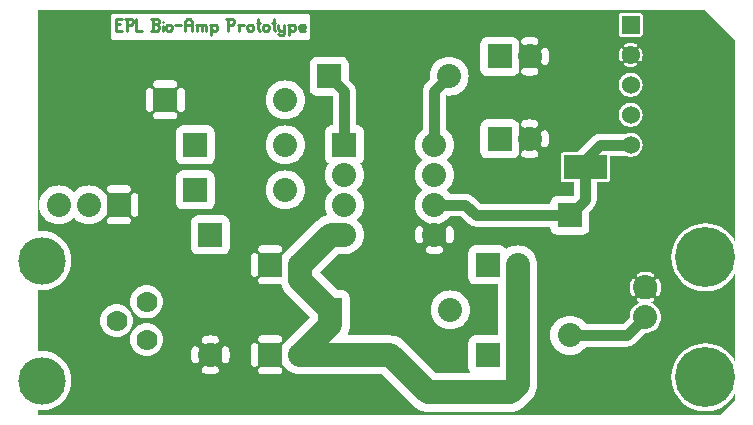
<source format=gbr>
G04 start of page 3 for group 3 layer_idx 0 *
G04 Title: (unknown), top_copper *
G04 Creator: pcb-rnd 2.1.0 *
G04 CreationDate: 2019-02-14 18:17:35 UTC *
G04 For:  *
G04 Format: Gerber/RS-274X *
G04 PCB-Dimensions: 500000 500000 *
G04 PCB-Coordinate-Origin: lower left *
%MOIN*%
%FSLAX25Y25*%
%LNTOP*%
%ADD23C,0.0420*%
%ADD22C,0.0320*%
%ADD21C,0.0790*%
%ADD20C,0.0394*%
%ADD19C,0.0600*%
%ADD18C,0.2000*%
%ADD17C,0.1580*%
%ADD16C,0.0700*%
%ADD15C,0.0100*%
%ADD14C,0.0800*%
%ADD13C,0.0350*%
%ADD12C,0.0001*%
G54D12*G36*
X337500Y297500D02*X347500Y287500D01*
Y220212D01*
X346630Y221633D01*
X345479Y222979D01*
X344133Y224130D01*
X342623Y225055D01*
X340987Y225732D01*
X339265Y226146D01*
X337500Y226285D01*
X335735Y226146D01*
X334013Y225732D01*
X332377Y225055D01*
X330867Y224130D01*
X329521Y222979D01*
X328370Y221633D01*
X327445Y220123D01*
X326768Y218487D01*
X326354Y216765D01*
X326215Y215000D01*
X326354Y213235D01*
X326768Y211513D01*
X327445Y209877D01*
X328370Y208367D01*
X329521Y207021D01*
X330867Y205870D01*
X332377Y204945D01*
X334013Y204268D01*
X335735Y203854D01*
X337500Y203715D01*
X339265Y203854D01*
X340987Y204268D01*
X342623Y204945D01*
X344133Y205870D01*
X345479Y207021D01*
X346630Y208367D01*
X347500Y209788D01*
Y180212D01*
X346630Y181633D01*
X345479Y182979D01*
X344133Y184130D01*
X342623Y185055D01*
X340987Y185732D01*
X339265Y186146D01*
X337500Y186285D01*
X335735Y186146D01*
X334013Y185732D01*
X332377Y185055D01*
X330867Y184130D01*
X329521Y182979D01*
X328370Y181633D01*
X327445Y180123D01*
X326768Y178487D01*
X326354Y176765D01*
X326215Y175000D01*
X326354Y173235D01*
X326768Y171513D01*
X327445Y169877D01*
X328370Y168367D01*
X329521Y167021D01*
X330867Y165870D01*
X332377Y164945D01*
X334013Y164268D01*
X335735Y163854D01*
X337500Y163715D01*
X339265Y163854D01*
X340987Y164268D01*
X342623Y164945D01*
X344133Y165870D01*
X345479Y167021D01*
X346630Y168367D01*
X347500Y169788D01*
Y167500D01*
X342500Y162500D01*
X321822D01*
Y192005D01*
X322192Y192609D01*
X322508Y193373D01*
X322701Y194176D01*
X322750Y195000D01*
X322701Y195824D01*
X322508Y196627D01*
X322192Y197391D01*
X321822Y197995D01*
Y202172D01*
X321871Y202199D01*
X321948Y202259D01*
X322015Y202331D01*
X322069Y202414D01*
X322296Y202850D01*
X322476Y203308D01*
X322612Y203781D01*
X322704Y204264D01*
X322750Y204754D01*
Y205246D01*
X322704Y205736D01*
X322612Y206219D01*
X322476Y206692D01*
X322296Y207150D01*
X322074Y207589D01*
X322019Y207672D01*
X321951Y207744D01*
X321873Y207805D01*
X321822Y207833D01*
Y297500D01*
X337500D01*
G37*
G36*
X317498D02*X321822D01*
Y207833D01*
X321786Y207853D01*
X321693Y207887D01*
X321596Y207906D01*
X321497Y207909D01*
X321399Y207897D01*
X321304Y207870D01*
X321214Y207828D01*
X321132Y207772D01*
X321059Y207705D01*
X320998Y207627D01*
X320950Y207540D01*
X320916Y207447D01*
X320898Y207350D01*
X320894Y207251D01*
X320906Y207152D01*
X320934Y207057D01*
X320977Y206968D01*
X321150Y206636D01*
X321287Y206288D01*
X321391Y205928D01*
X321461Y205560D01*
X321496Y205187D01*
Y204813D01*
X321461Y204440D01*
X321391Y204072D01*
X321287Y203712D01*
X321150Y203364D01*
X320981Y203029D01*
X320938Y202941D01*
X320911Y202847D01*
X320898Y202749D01*
X320902Y202651D01*
X320921Y202554D01*
X320954Y202462D01*
X321002Y202376D01*
X321062Y202298D01*
X321134Y202231D01*
X321216Y202176D01*
X321305Y202134D01*
X321400Y202107D01*
X321497Y202095D01*
X321596Y202099D01*
X321692Y202117D01*
X321785Y202151D01*
X321822Y202172D01*
Y197995D01*
X321760Y198095D01*
X321224Y198724D01*
X320595Y199260D01*
X319891Y199692D01*
X319132Y200007D01*
X319192Y200024D01*
X319650Y200204D01*
X320089Y200426D01*
X320172Y200481D01*
X320244Y200549D01*
X320305Y200627D01*
X320353Y200714D01*
X320387Y200807D01*
X320406Y200904D01*
X320409Y201003D01*
X320397Y201101D01*
X320370Y201196D01*
X320328Y201286D01*
X320272Y201368D01*
X320205Y201441D01*
X320127Y201502D01*
X320040Y201550D01*
X319947Y201584D01*
X319850Y201602D01*
X319751Y201606D01*
X319652Y201594D01*
X319557Y201566D01*
X319468Y201523D01*
X319136Y201350D01*
X318788Y201213D01*
X318428Y201109D01*
X318060Y201039D01*
X317687Y201004D01*
X317498D01*
Y208996D01*
X317687D01*
X318060Y208961D01*
X318428Y208891D01*
X318788Y208787D01*
X319136Y208650D01*
X319471Y208481D01*
X319559Y208438D01*
X319653Y208411D01*
X319751Y208398D01*
X319849Y208402D01*
X319946Y208421D01*
X320038Y208454D01*
X320124Y208502D01*
X320202Y208562D01*
X320269Y208634D01*
X320324Y208716D01*
X320366Y208805D01*
X320393Y208900D01*
X320405Y208997D01*
X320401Y209096D01*
X320383Y209192D01*
X320349Y209285D01*
X320301Y209371D01*
X320241Y209448D01*
X320169Y209515D01*
X320086Y209569D01*
X319650Y209796D01*
X319192Y209976D01*
X318719Y210112D01*
X318236Y210204D01*
X317746Y210250D01*
X317498D01*
Y297500D01*
G37*
G36*
X321822Y162500D02*X317498D01*
Y189695D01*
X317540Y189737D01*
X318324Y189799D01*
X319127Y189992D01*
X319891Y190308D01*
X320595Y190740D01*
X321224Y191276D01*
X321760Y191905D01*
X321822Y192005D01*
Y162500D01*
G37*
G36*
X315884Y208658D02*X316212Y208787D01*
X316572Y208891D01*
X316940Y208961D01*
X317313Y208996D01*
X317498D01*
Y201004D01*
X317313D01*
X316940Y201039D01*
X316572Y201109D01*
X316212Y201213D01*
X315884Y201342D01*
Y208658D01*
G37*
G36*
Y250203D02*X316175Y250678D01*
X316416Y251260D01*
X316563Y251872D01*
X316600Y252500D01*
X316563Y253128D01*
X316416Y253740D01*
X316175Y254322D01*
X315884Y254797D01*
Y260203D01*
X316175Y260678D01*
X316416Y261260D01*
X316563Y261872D01*
X316600Y262500D01*
X316563Y263128D01*
X316416Y263740D01*
X316175Y264322D01*
X315884Y264797D01*
Y270203D01*
X316175Y270678D01*
X316416Y271260D01*
X316563Y271872D01*
X316600Y272500D01*
X316563Y273128D01*
X316416Y273740D01*
X316175Y274322D01*
X315884Y274797D01*
Y280369D01*
X315887Y280370D01*
X315955Y280409D01*
X316016Y280458D01*
X316069Y280517D01*
X316111Y280583D01*
X316274Y280908D01*
X316403Y281248D01*
X316501Y281598D01*
X316567Y281956D01*
X316600Y282318D01*
Y282682D01*
X316567Y283044D01*
X316501Y283402D01*
X316403Y283752D01*
X316274Y284092D01*
X316115Y284419D01*
X316072Y284485D01*
X316019Y284544D01*
X315957Y284594D01*
X315888Y284633D01*
X315884Y284635D01*
Y288540D01*
X315910Y288546D01*
X316055Y288606D01*
X316190Y288688D01*
X316309Y288791D01*
X316412Y288910D01*
X316494Y289045D01*
X316554Y289190D01*
X316591Y289343D01*
X316603Y289500D01*
X316600Y289539D01*
Y295461D01*
X316603Y295500D01*
X316591Y295657D01*
X316591Y295657D01*
X316554Y295810D01*
X316494Y295955D01*
X316412Y296090D01*
X316309Y296209D01*
X316190Y296312D01*
X316055Y296394D01*
X315910Y296454D01*
X315884Y296460D01*
Y297500D01*
X317498D01*
Y210250D01*
X317254D01*
X316764Y210204D01*
X316281Y210112D01*
X315884Y209998D01*
Y250203D01*
G37*
G36*
Y296460D02*X315757Y296491D01*
X315600Y296503D01*
X315561Y296500D01*
X313178D01*
Y297500D01*
X315884D01*
Y296460D01*
G37*
G36*
Y274797D02*X315846Y274858D01*
X315437Y275337D01*
X314958Y275746D01*
X314422Y276075D01*
X313840Y276316D01*
X313228Y276463D01*
X313178Y276467D01*
Y278539D01*
X313502Y278599D01*
X313852Y278697D01*
X314192Y278826D01*
X314519Y278985D01*
X314585Y279028D01*
X314644Y279081D01*
X314694Y279143D01*
X314733Y279212D01*
X314761Y279286D01*
X314778Y279363D01*
X314781Y279442D01*
X314773Y279521D01*
X314752Y279597D01*
X314720Y279670D01*
X314677Y279736D01*
X314624Y279795D01*
X314562Y279844D01*
X314493Y279884D01*
X314419Y279912D01*
X314342Y279928D01*
X314263Y279932D01*
X314184Y279924D01*
X314107Y279903D01*
X314036Y279870D01*
X313793Y279747D01*
X313538Y279650D01*
X313276Y279577D01*
X313178Y279559D01*
Y285441D01*
X313276Y285423D01*
X313538Y285350D01*
X313793Y285253D01*
X314037Y285133D01*
X314109Y285100D01*
X314185Y285079D01*
X314263Y285071D01*
X314341Y285075D01*
X314418Y285091D01*
X314492Y285119D01*
X314560Y285158D01*
X314621Y285207D01*
X314674Y285266D01*
X314717Y285332D01*
X314749Y285404D01*
X314770Y285480D01*
X314778Y285558D01*
X314774Y285636D01*
X314758Y285713D01*
X314730Y285787D01*
X314691Y285855D01*
X314642Y285916D01*
X314583Y285969D01*
X314517Y286011D01*
X314192Y286174D01*
X313852Y286303D01*
X313502Y286401D01*
X313178Y286461D01*
Y288500D01*
X315561D01*
X315600Y288497D01*
X315757Y288509D01*
X315757Y288509D01*
X315884Y288540D01*
Y284635D01*
X315814Y284661D01*
X315737Y284678D01*
X315658Y284681D01*
X315579Y284673D01*
X315503Y284652D01*
X315430Y284620D01*
X315364Y284577D01*
X315305Y284524D01*
X315256Y284462D01*
X315216Y284393D01*
X315188Y284319D01*
X315172Y284242D01*
X315168Y284163D01*
X315176Y284084D01*
X315197Y284007D01*
X315230Y283936D01*
X315353Y283693D01*
X315450Y283438D01*
X315523Y283176D01*
X315572Y282908D01*
X315597Y282636D01*
Y282364D01*
X315572Y282092D01*
X315523Y281824D01*
X315450Y281562D01*
X315353Y281307D01*
X315233Y281063D01*
X315200Y280991D01*
X315179Y280915D01*
X315171Y280837D01*
X315175Y280759D01*
X315191Y280682D01*
X315219Y280608D01*
X315258Y280540D01*
X315307Y280479D01*
X315366Y280426D01*
X315432Y280383D01*
X315504Y280351D01*
X315580Y280330D01*
X315658Y280322D01*
X315736Y280326D01*
X315813Y280342D01*
X315884Y280369D01*
Y274797D01*
G37*
G36*
Y264797D02*X315846Y264858D01*
X315437Y265337D01*
X314958Y265746D01*
X314422Y266075D01*
X313840Y266316D01*
X313228Y266463D01*
X313178Y266467D01*
Y268533D01*
X313228Y268537D01*
X313840Y268684D01*
X314422Y268925D01*
X314958Y269254D01*
X315437Y269663D01*
X315846Y270142D01*
X315884Y270203D01*
Y264797D01*
G37*
G36*
Y254797D02*X315846Y254858D01*
X315437Y255337D01*
X314958Y255746D01*
X314422Y256075D01*
X313840Y256316D01*
X313228Y256463D01*
X313178Y256467D01*
Y258533D01*
X313228Y258537D01*
X313840Y258684D01*
X314422Y258925D01*
X314958Y259254D01*
X315437Y259663D01*
X315846Y260142D01*
X315884Y260203D01*
Y254797D01*
G37*
G36*
X313178Y248533D02*X313228Y248537D01*
X313840Y248684D01*
X314422Y248925D01*
X314958Y249254D01*
X315437Y249663D01*
X315846Y250142D01*
X315884Y250203D01*
Y209998D01*
X315808Y209976D01*
X315350Y209796D01*
X314911Y209574D01*
X314828Y209519D01*
X314756Y209451D01*
X314695Y209373D01*
X314647Y209286D01*
X314613Y209193D01*
X314594Y209096D01*
X314591Y208997D01*
X314603Y208899D01*
X314630Y208804D01*
X314672Y208714D01*
X314728Y208632D01*
X314795Y208559D01*
X314873Y208498D01*
X314960Y208450D01*
X315053Y208416D01*
X315150Y208398D01*
X315249Y208394D01*
X315348Y208406D01*
X315443Y208434D01*
X315532Y208477D01*
X315864Y208650D01*
X315884Y208658D01*
Y201342D01*
X315864Y201350D01*
X315529Y201519D01*
X315441Y201562D01*
X315347Y201589D01*
X315249Y201602D01*
X315151Y201598D01*
X315054Y201579D01*
X314962Y201546D01*
X314876Y201498D01*
X314798Y201438D01*
X314731Y201366D01*
X314676Y201284D01*
X314634Y201195D01*
X314607Y201100D01*
X314595Y201003D01*
X314599Y200904D01*
X314617Y200808D01*
X314651Y200715D01*
X314699Y200629D01*
X314759Y200552D01*
X314831Y200485D01*
X314914Y200431D01*
X315350Y200204D01*
X315808Y200024D01*
X315868Y200007D01*
X315109Y199692D01*
X314405Y199260D01*
X313776Y198724D01*
X313240Y198095D01*
X313178Y197995D01*
Y202167D01*
X313214Y202147D01*
X313307Y202113D01*
X313404Y202094D01*
X313503Y202091D01*
X313601Y202103D01*
X313696Y202130D01*
X313786Y202172D01*
X313868Y202228D01*
X313941Y202295D01*
X314002Y202373D01*
X314050Y202460D01*
X314084Y202553D01*
X314102Y202650D01*
X314106Y202749D01*
X314094Y202848D01*
X314066Y202943D01*
X314023Y203032D01*
X313850Y203364D01*
X313713Y203712D01*
X313609Y204072D01*
X313539Y204440D01*
X313504Y204813D01*
Y205187D01*
X313539Y205560D01*
X313609Y205928D01*
X313713Y206288D01*
X313850Y206636D01*
X314019Y206971D01*
X314062Y207059D01*
X314089Y207153D01*
X314102Y207251D01*
X314098Y207349D01*
X314079Y207446D01*
X314046Y207538D01*
X313998Y207624D01*
X313938Y207702D01*
X313866Y207769D01*
X313784Y207824D01*
X313695Y207866D01*
X313600Y207893D01*
X313503Y207905D01*
X313404Y207901D01*
X313308Y207883D01*
X313215Y207849D01*
X313178Y207828D01*
Y248533D01*
G37*
G36*
X317498Y162500D02*X313178D01*
Y185650D01*
X313231Y185672D01*
X313735Y185980D01*
X314183Y186364D01*
X314279Y186476D01*
X317498Y189695D01*
Y162500D01*
G37*
G36*
X309316Y270203D02*X309354Y270142D01*
X309763Y269663D01*
X310242Y269254D01*
X310778Y268925D01*
X311360Y268684D01*
X311972Y268537D01*
X312600Y268488D01*
X313178Y268533D01*
Y266467D01*
X312600Y266512D01*
X311972Y266463D01*
X311360Y266316D01*
X310778Y266075D01*
X310242Y265746D01*
X309763Y265337D01*
X309354Y264858D01*
X309316Y264797D01*
Y270203D01*
G37*
G36*
Y288540D02*X309443Y288509D01*
X309600Y288497D01*
X309639Y288500D01*
X313178D01*
Y286461D01*
X313144Y286467D01*
X312782Y286500D01*
X312418D01*
X312056Y286467D01*
X311698Y286401D01*
X311348Y286303D01*
X311008Y286174D01*
X310681Y286015D01*
X310615Y285972D01*
X310556Y285919D01*
X310506Y285857D01*
X310467Y285788D01*
X310439Y285714D01*
X310423Y285637D01*
X310419Y285558D01*
X310427Y285479D01*
X310448Y285403D01*
X310480Y285330D01*
X310523Y285264D01*
X310576Y285205D01*
X310638Y285156D01*
X310707Y285116D01*
X310781Y285088D01*
X310858Y285072D01*
X310937Y285068D01*
X311016Y285076D01*
X311093Y285097D01*
X311164Y285130D01*
X311407Y285253D01*
X311662Y285350D01*
X311924Y285423D01*
X312192Y285472D01*
X312464Y285497D01*
X312736D01*
X313008Y285472D01*
X313178Y285441D01*
Y279559D01*
X313008Y279528D01*
X312736Y279503D01*
X312464D01*
X312192Y279528D01*
X311924Y279577D01*
X311662Y279650D01*
X311407Y279747D01*
X311163Y279867D01*
X311091Y279900D01*
X311015Y279921D01*
X310937Y279929D01*
X310859Y279925D01*
X310782Y279909D01*
X310708Y279881D01*
X310640Y279842D01*
X310579Y279793D01*
X310526Y279734D01*
X310483Y279668D01*
X310451Y279596D01*
X310430Y279520D01*
X310422Y279442D01*
X310426Y279364D01*
X310442Y279287D01*
X310470Y279213D01*
X310509Y279145D01*
X310558Y279084D01*
X310617Y279031D01*
X310683Y278989D01*
X311008Y278826D01*
X311348Y278697D01*
X311698Y278599D01*
X312056Y278533D01*
X312418Y278500D01*
X312782D01*
X313144Y278533D01*
X313178Y278539D01*
Y276467D01*
X312600Y276512D01*
X311972Y276463D01*
X311360Y276316D01*
X310778Y276075D01*
X310242Y275746D01*
X309763Y275337D01*
X309354Y274858D01*
X309316Y274797D01*
Y280365D01*
X309386Y280339D01*
X309463Y280323D01*
X309542Y280319D01*
X309621Y280327D01*
X309697Y280348D01*
X309770Y280380D01*
X309836Y280423D01*
X309895Y280476D01*
X309944Y280538D01*
X309984Y280607D01*
X310012Y280681D01*
X310028Y280758D01*
X310032Y280837D01*
X310024Y280916D01*
X310003Y280993D01*
X309970Y281064D01*
X309847Y281307D01*
X309750Y281562D01*
X309677Y281824D01*
X309628Y282092D01*
X309603Y282364D01*
Y282636D01*
X309628Y282908D01*
X309677Y283176D01*
X309750Y283438D01*
X309847Y283693D01*
X309967Y283937D01*
X310000Y284009D01*
X310021Y284085D01*
X310029Y284163D01*
X310025Y284241D01*
X310009Y284318D01*
X309981Y284392D01*
X309942Y284460D01*
X309893Y284521D01*
X309834Y284574D01*
X309768Y284617D01*
X309696Y284649D01*
X309620Y284670D01*
X309542Y284678D01*
X309464Y284674D01*
X309387Y284658D01*
X309316Y284631D01*
Y288540D01*
G37*
G36*
Y297500D02*X313178D01*
Y296500D01*
X309639D01*
X309600Y296503D01*
X309443Y296491D01*
X309443Y296491D01*
X309316Y296460D01*
Y297500D01*
G37*
G36*
X313178Y256467D02*X312600Y256512D01*
X311972Y256463D01*
X311360Y256316D01*
X311201Y256250D01*
X309316D01*
Y260203D01*
X309354Y260142D01*
X309763Y259663D01*
X310242Y259254D01*
X310778Y258925D01*
X311360Y258684D01*
X311972Y258537D01*
X312600Y258488D01*
X313178Y258533D01*
Y256467D01*
G37*
G36*
X309316Y256250D02*X302647D01*
X302500Y256262D01*
X301912Y256215D01*
X301338Y256077D01*
X300792Y255852D01*
X300289Y255543D01*
X300289Y255543D01*
X299840Y255160D01*
X299744Y255048D01*
X294952Y250256D01*
X294840Y250160D01*
X294734Y250035D01*
X290354D01*
X290315Y250039D01*
X290158Y250026D01*
X290005Y249989D01*
X289860Y249929D01*
X289725Y249847D01*
X289606Y249745D01*
X289503Y249625D01*
X289421Y249491D01*
X289361Y249345D01*
X289324Y249192D01*
X289312Y249036D01*
X289315Y248996D01*
Y241004D01*
X289312Y240964D01*
X289324Y240808D01*
X289324Y240808D01*
X289361Y240655D01*
X289421Y240509D01*
X289503Y240375D01*
X289606Y240255D01*
X289725Y240153D01*
X289860Y240071D01*
X290005Y240011D01*
X290158Y239974D01*
X290315Y239961D01*
X290354Y239965D01*
X293750D01*
Y235742D01*
X293532Y235524D01*
X288433D01*
X288335Y235531D01*
X287943Y235500D01*
X287943Y235500D01*
X287560Y235409D01*
X287197Y235258D01*
X286861Y235052D01*
X286562Y234797D01*
X286307Y234498D01*
X286101Y234162D01*
X285950Y233799D01*
X285859Y233416D01*
X285828Y233024D01*
X285835Y232926D01*
Y232774D01*
X284122D01*
Y251658D01*
X284203Y251665D01*
X284394Y251712D01*
X284576Y251788D01*
X284743Y251892D01*
X284892Y252020D01*
X285019Y252170D01*
X285121Y252339D01*
X285192Y252522D01*
X285348Y253075D01*
X285449Y253640D01*
X285500Y254213D01*
Y254787D01*
X285449Y255360D01*
X285348Y255925D01*
X285198Y256480D01*
X285125Y256663D01*
X285022Y256832D01*
X284895Y256983D01*
X284745Y257111D01*
X284578Y257215D01*
X284396Y257292D01*
X284204Y257339D01*
X284122Y257346D01*
Y279158D01*
X284203Y279165D01*
X284394Y279212D01*
X284576Y279288D01*
X284743Y279392D01*
X284892Y279520D01*
X285019Y279670D01*
X285121Y279839D01*
X285192Y280022D01*
X285348Y280575D01*
X285449Y281140D01*
X285500Y281713D01*
Y282287D01*
X285449Y282860D01*
X285348Y283425D01*
X285198Y283980D01*
X285125Y284163D01*
X285022Y284332D01*
X284895Y284483D01*
X284745Y284611D01*
X284578Y284715D01*
X284396Y284792D01*
X284204Y284839D01*
X284122Y284846D01*
Y297500D01*
X309316D01*
Y296460D01*
X309290Y296454D01*
X309145Y296394D01*
X309010Y296312D01*
X308891Y296209D01*
X308788Y296090D01*
X308706Y295955D01*
X308646Y295810D01*
X308609Y295657D01*
X308597Y295500D01*
X308600Y295461D01*
Y289539D01*
X308597Y289500D01*
X308609Y289343D01*
X308609Y289343D01*
X308646Y289190D01*
X308706Y289045D01*
X308788Y288910D01*
X308891Y288791D01*
X309010Y288688D01*
X309145Y288606D01*
X309290Y288546D01*
X309316Y288540D01*
Y284631D01*
X309313Y284630D01*
X309245Y284591D01*
X309184Y284542D01*
X309131Y284483D01*
X309089Y284417D01*
X308926Y284092D01*
X308797Y283752D01*
X308699Y283402D01*
X308633Y283044D01*
X308600Y282682D01*
Y282318D01*
X308633Y281956D01*
X308699Y281598D01*
X308797Y281248D01*
X308926Y280908D01*
X309085Y280581D01*
X309128Y280515D01*
X309181Y280456D01*
X309243Y280406D01*
X309312Y280367D01*
X309316Y280365D01*
Y274797D01*
X309025Y274322D01*
X308784Y273740D01*
X308637Y273128D01*
X308588Y272500D01*
X308637Y271872D01*
X308784Y271260D01*
X309025Y270678D01*
X309316Y270203D01*
Y264797D01*
X309025Y264322D01*
X308784Y263740D01*
X308637Y263128D01*
X308588Y262500D01*
X308637Y261872D01*
X308784Y261260D01*
X309025Y260678D01*
X309316Y260203D01*
Y256250D01*
G37*
G36*
X284122Y232774D02*X278651D01*
Y248005D01*
X278713Y248000D01*
X279287D01*
X279860Y248051D01*
X280425Y248152D01*
X280980Y248302D01*
X281163Y248375D01*
X281332Y248478D01*
X281483Y248605D01*
X281611Y248755D01*
X281715Y248922D01*
X281792Y249104D01*
X281839Y249296D01*
X281855Y249493D01*
X281841Y249690D01*
X281796Y249882D01*
X281721Y250064D01*
X281619Y250233D01*
X281491Y250384D01*
X281342Y250513D01*
X281174Y250617D01*
X280992Y250693D01*
X280801Y250740D01*
X280604Y250757D01*
X280407Y250742D01*
X280216Y250693D01*
X279876Y250597D01*
X279529Y250535D01*
X279177Y250504D01*
X278823D01*
X278651Y250519D01*
Y258481D01*
X278823Y258496D01*
X279177D01*
X279529Y258465D01*
X279876Y258403D01*
X280217Y258310D01*
X280408Y258262D01*
X280604Y258247D01*
X280800Y258264D01*
X280991Y258310D01*
X281172Y258387D01*
X281340Y258490D01*
X281489Y258619D01*
X281616Y258769D01*
X281718Y258937D01*
X281792Y259119D01*
X281837Y259311D01*
X281851Y259507D01*
X281835Y259703D01*
X281788Y259894D01*
X281712Y260076D01*
X281608Y260243D01*
X281480Y260392D01*
X281330Y260519D01*
X281161Y260621D01*
X280978Y260692D01*
X280425Y260848D01*
X279860Y260949D01*
X279287Y261000D01*
X278713D01*
X278651Y260995D01*
Y275505D01*
X278713Y275500D01*
X279287D01*
X279860Y275551D01*
X280425Y275652D01*
X280980Y275802D01*
X281163Y275875D01*
X281332Y275978D01*
X281483Y276105D01*
X281611Y276255D01*
X281715Y276422D01*
X281792Y276604D01*
X281839Y276796D01*
X281855Y276993D01*
X281841Y277190D01*
X281796Y277382D01*
X281721Y277564D01*
X281619Y277733D01*
X281491Y277884D01*
X281342Y278013D01*
X281174Y278117D01*
X280992Y278193D01*
X280801Y278240D01*
X280604Y278257D01*
X280407Y278242D01*
X280216Y278193D01*
X279876Y278097D01*
X279529Y278035D01*
X279177Y278004D01*
X278823D01*
X278651Y278019D01*
Y285981D01*
X278823Y285996D01*
X279177D01*
X279529Y285965D01*
X279876Y285903D01*
X280217Y285810D01*
X280408Y285762D01*
X280604Y285747D01*
X280800Y285764D01*
X280991Y285810D01*
X281172Y285887D01*
X281340Y285990D01*
X281489Y286119D01*
X281616Y286269D01*
X281718Y286437D01*
X281792Y286619D01*
X281837Y286811D01*
X281851Y287007D01*
X281835Y287203D01*
X281788Y287394D01*
X281712Y287576D01*
X281608Y287743D01*
X281480Y287892D01*
X281330Y288019D01*
X281161Y288121D01*
X280978Y288192D01*
X280425Y288348D01*
X279860Y288449D01*
X279287Y288500D01*
X278713D01*
X278651Y288495D01*
Y297500D01*
X284122D01*
Y284846D01*
X284007Y284855D01*
X283810Y284841D01*
X283618Y284796D01*
X283436Y284721D01*
X283267Y284619D01*
X283116Y284491D01*
X282987Y284342D01*
X282883Y284174D01*
X282807Y283992D01*
X282760Y283801D01*
X282743Y283604D01*
X282758Y283407D01*
X282807Y283216D01*
X282903Y282876D01*
X282965Y282529D01*
X282996Y282177D01*
Y281823D01*
X282965Y281471D01*
X282903Y281124D01*
X282810Y280783D01*
X282762Y280592D01*
X282747Y280396D01*
X282764Y280200D01*
X282810Y280009D01*
X282887Y279828D01*
X282990Y279660D01*
X283119Y279511D01*
X283269Y279384D01*
X283437Y279282D01*
X283619Y279208D01*
X283811Y279163D01*
X284007Y279149D01*
X284122Y279158D01*
Y257346D01*
X284007Y257355D01*
X283810Y257341D01*
X283618Y257296D01*
X283436Y257221D01*
X283267Y257119D01*
X283116Y256991D01*
X282987Y256842D01*
X282883Y256674D01*
X282807Y256492D01*
X282760Y256301D01*
X282743Y256104D01*
X282758Y255907D01*
X282807Y255716D01*
X282903Y255376D01*
X282965Y255029D01*
X282996Y254677D01*
Y254323D01*
X282965Y253971D01*
X282903Y253624D01*
X282810Y253283D01*
X282762Y253092D01*
X282747Y252896D01*
X282764Y252700D01*
X282810Y252509D01*
X282887Y252328D01*
X282990Y252160D01*
X283119Y252011D01*
X283269Y251884D01*
X283437Y251782D01*
X283619Y251708D01*
X283811Y251663D01*
X284007Y251649D01*
X284122Y251658D01*
Y232774D01*
G37*
G36*
X313178Y162500D02*X278651D01*
Y166958D01*
X279416Y167724D01*
X279610Y167890D01*
X280275Y168668D01*
X280809Y169540D01*
X281201Y170485D01*
X281440Y171480D01*
X281520Y172500D01*
X281500Y172755D01*
Y212500D01*
X281440Y213520D01*
X281201Y214515D01*
X280809Y215460D01*
X280275Y216332D01*
X279610Y217110D01*
X278832Y217775D01*
X278651Y217886D01*
Y225274D01*
X285835D01*
Y225122D01*
X285828Y225024D01*
X285859Y224632D01*
X285859Y224631D01*
X285950Y224249D01*
X286101Y223885D01*
X286307Y223550D01*
X286562Y223250D01*
X286861Y222995D01*
X287197Y222789D01*
X287560Y222639D01*
X287943Y222547D01*
X288335Y222516D01*
X288433Y222524D01*
X296237D01*
X296335Y222516D01*
X296728Y222547D01*
X296728Y222547D01*
X297110Y222639D01*
X297474Y222789D01*
X297809Y222995D01*
X298109Y223250D01*
X298364Y223550D01*
X298570Y223885D01*
X298720Y224249D01*
X298812Y224631D01*
X298843Y225024D01*
X298835Y225122D01*
Y230220D01*
X300048Y231433D01*
X300160Y231528D01*
X300543Y231977D01*
X300543Y231977D01*
X300852Y232480D01*
X301077Y233026D01*
X301215Y233600D01*
X301262Y234188D01*
X301250Y234335D01*
Y239965D01*
X304646D01*
X304685Y239961D01*
X304842Y239974D01*
X304995Y240011D01*
X305140Y240071D01*
X305275Y240153D01*
X305394Y240255D01*
X305497Y240375D01*
X305579Y240509D01*
X305639Y240655D01*
X305676Y240808D01*
X305688Y240964D01*
X305685Y241004D01*
Y248750D01*
X311201D01*
X311360Y248684D01*
X311972Y248537D01*
X312600Y248488D01*
X313178Y248533D01*
Y207828D01*
X313129Y207801D01*
X313052Y207741D01*
X312985Y207669D01*
X312931Y207586D01*
X312704Y207150D01*
X312524Y206692D01*
X312388Y206219D01*
X312296Y205736D01*
X312250Y205246D01*
Y204754D01*
X312296Y204264D01*
X312388Y203781D01*
X312524Y203308D01*
X312704Y202850D01*
X312926Y202411D01*
X312981Y202328D01*
X313049Y202256D01*
X313127Y202195D01*
X313178Y202167D01*
Y197995D01*
X312808Y197391D01*
X312492Y196627D01*
X312299Y195824D01*
X312237Y195040D01*
X309970Y192774D01*
X297661D01*
X297610Y192856D01*
X296946Y193634D01*
X296168Y194298D01*
X295295Y194833D01*
X294350Y195225D01*
X293355Y195463D01*
X292335Y195544D01*
X291315Y195463D01*
X290321Y195225D01*
X289375Y194833D01*
X288503Y194298D01*
X287725Y193634D01*
X287061Y192856D01*
X286526Y191984D01*
X286134Y191038D01*
X285896Y190044D01*
X285815Y189024D01*
X285896Y188004D01*
X286134Y187009D01*
X286526Y186064D01*
X287061Y185191D01*
X287725Y184413D01*
X288503Y183749D01*
X289375Y183214D01*
X290321Y182823D01*
X291315Y182584D01*
X292335Y182504D01*
X293355Y182584D01*
X294350Y182823D01*
X295295Y183214D01*
X296168Y183749D01*
X296946Y184413D01*
X297610Y185191D01*
X297661Y185274D01*
X311377D01*
X311524Y185262D01*
X312112Y185308D01*
X312112Y185308D01*
X312686Y185446D01*
X313178Y185650D01*
Y162500D01*
G37*
G36*
X197490Y203358D02*X197890Y202890D01*
X198084Y202724D01*
X205808Y195000D01*
X198084Y187276D01*
X197890Y187110D01*
X197490Y186642D01*
Y203358D01*
G37*
G36*
X252343Y228561D02*X252497Y228740D01*
X252503Y228750D01*
X255947D01*
X258221Y226476D01*
X258317Y226364D01*
X258765Y225981D01*
X258765Y225980D01*
X259269Y225672D01*
X259814Y225446D01*
X260388Y225308D01*
X260976Y225262D01*
X261123Y225274D01*
X278651D01*
Y217886D01*
X277960Y218309D01*
X277015Y218701D01*
X276020Y218940D01*
X275000Y219020D01*
X273980Y218940D01*
X272985Y218701D01*
X272040Y218309D01*
X271168Y217775D01*
X271157Y217765D01*
X271029Y217974D01*
X270773Y218273D01*
X270474Y218529D01*
X270138Y218734D01*
X269775Y218885D01*
X269392Y218977D01*
X269000Y219008D01*
X268902Y219000D01*
X261098D01*
X261000Y219008D01*
X260608Y218977D01*
X260608Y218977D01*
X260225Y218885D01*
X259862Y218734D01*
X259526Y218529D01*
X259227Y218273D01*
X258971Y217974D01*
X258766Y217638D01*
X258615Y217275D01*
X258523Y216892D01*
X258492Y216500D01*
X258500Y216402D01*
Y208598D01*
X258492Y208500D01*
X258523Y208108D01*
X258523Y208108D01*
X258615Y207725D01*
X258766Y207362D01*
X258971Y207026D01*
X259227Y206727D01*
X259526Y206471D01*
X259862Y206266D01*
X260225Y206115D01*
X260608Y206023D01*
X261000Y205992D01*
X261098Y206000D01*
X268500D01*
Y189000D01*
X261098D01*
X261000Y189008D01*
X260608Y188977D01*
X260608Y188977D01*
X260225Y188885D01*
X259862Y188734D01*
X259526Y188529D01*
X259227Y188273D01*
X258971Y187974D01*
X258766Y187638D01*
X258615Y187275D01*
X258523Y186892D01*
X258492Y186500D01*
X258500Y186402D01*
Y178598D01*
X258492Y178500D01*
X258523Y178108D01*
X258523Y178108D01*
X258615Y177725D01*
X258766Y177362D01*
X258971Y177026D01*
X259227Y176727D01*
X259492Y176500D01*
X252343D01*
Y190992D01*
X252500Y190980D01*
X253520Y191060D01*
X254515Y191299D01*
X255460Y191691D01*
X256332Y192225D01*
X257110Y192890D01*
X257775Y193668D01*
X258309Y194540D01*
X258701Y195485D01*
X258940Y196480D01*
X259000Y197500D01*
X258940Y198520D01*
X258701Y199515D01*
X258309Y200460D01*
X257775Y201332D01*
X257110Y202110D01*
X256332Y202775D01*
X255460Y203309D01*
X254515Y203701D01*
X253520Y203940D01*
X252500Y204020D01*
X252343Y204008D01*
Y219731D01*
X252425Y219737D01*
X252616Y219784D01*
X252798Y219860D01*
X252965Y219964D01*
X253114Y220093D01*
X253241Y220243D01*
X253343Y220411D01*
X253414Y220594D01*
X253570Y221147D01*
X253671Y221713D01*
X253722Y222285D01*
Y222860D01*
X253671Y223432D01*
X253570Y223998D01*
X253420Y224552D01*
X253346Y224735D01*
X253244Y224904D01*
X253117Y225055D01*
X252967Y225184D01*
X252799Y225288D01*
X252617Y225364D01*
X252426Y225411D01*
X252343Y225418D01*
Y228561D01*
G37*
G36*
Y176500D02*X247692D01*
X247224Y176969D01*
Y193670D01*
X247225Y193668D01*
X247890Y192890D01*
X248668Y192225D01*
X249540Y191691D01*
X250485Y191299D01*
X251480Y191060D01*
X252343Y190992D01*
Y176500D01*
G37*
G36*
X247224Y226053D02*X248242Y226133D01*
X249237Y226372D01*
X250182Y226763D01*
X251054Y227298D01*
X251832Y227962D01*
X252343Y228561D01*
Y225418D01*
X252229Y225428D01*
X252032Y225413D01*
X251840Y225368D01*
X251657Y225294D01*
X251489Y225191D01*
X251338Y225064D01*
X251209Y224914D01*
X251105Y224747D01*
X251029Y224565D01*
X250981Y224373D01*
X250965Y224176D01*
X250980Y223979D01*
X251028Y223788D01*
X251125Y223449D01*
X251187Y223101D01*
X251218Y222749D01*
Y222396D01*
X251187Y222044D01*
X251125Y221696D01*
X251032Y221355D01*
X250983Y221165D01*
X250969Y220969D01*
X250985Y220773D01*
X251032Y220581D01*
X251108Y220400D01*
X251212Y220233D01*
X251341Y220084D01*
X251491Y219957D01*
X251659Y219855D01*
X251841Y219780D01*
X252033Y219735D01*
X252229Y219721D01*
X252343Y219731D01*
Y204008D01*
X251480Y203940D01*
X250485Y203701D01*
X249540Y203309D01*
X248668Y202775D01*
X247890Y202110D01*
X247225Y201332D01*
X247224Y201330D01*
Y216072D01*
X247509D01*
X248081Y216123D01*
X248647Y216224D01*
X249202Y216375D01*
X249385Y216448D01*
X249554Y216550D01*
X249704Y216678D01*
X249833Y216827D01*
X249937Y216995D01*
X250014Y217177D01*
X250061Y217369D01*
X250077Y217565D01*
X250063Y217762D01*
X250017Y217954D01*
X249943Y218137D01*
X249841Y218306D01*
X249713Y218456D01*
X249564Y218585D01*
X249396Y218689D01*
X249214Y218766D01*
X249022Y218813D01*
X248826Y218829D01*
X248629Y218815D01*
X248438Y218766D01*
X248098Y218670D01*
X247750Y218608D01*
X247398Y218576D01*
X247224D01*
Y226053D01*
G37*
G36*
X269000Y297500D02*X278651D01*
Y288495D01*
X278140Y288449D01*
X277575Y288348D01*
X277020Y288198D01*
X276837Y288125D01*
X276668Y288022D01*
X276517Y287895D01*
X276389Y287745D01*
X276285Y287578D01*
X276208Y287396D01*
X276161Y287204D01*
X276145Y287007D01*
X276159Y286810D01*
X276204Y286618D01*
X276279Y286436D01*
X276381Y286267D01*
X276509Y286116D01*
X276658Y285987D01*
X276826Y285883D01*
X277008Y285807D01*
X277199Y285760D01*
X277396Y285743D01*
X277593Y285758D01*
X277784Y285807D01*
X278124Y285903D01*
X278471Y285965D01*
X278651Y285981D01*
Y278019D01*
X278471Y278035D01*
X278124Y278097D01*
X277783Y278190D01*
X277592Y278238D01*
X277396Y278253D01*
X277200Y278236D01*
X277009Y278190D01*
X276828Y278113D01*
X276660Y278010D01*
X276511Y277881D01*
X276384Y277731D01*
X276282Y277563D01*
X276208Y277381D01*
X276163Y277189D01*
X276149Y276993D01*
X276165Y276797D01*
X276212Y276606D01*
X276288Y276424D01*
X276392Y276257D01*
X276520Y276108D01*
X276670Y275981D01*
X276839Y275879D01*
X277022Y275808D01*
X277575Y275652D01*
X278140Y275551D01*
X278651Y275505D01*
Y260995D01*
X278140Y260949D01*
X277575Y260848D01*
X277020Y260698D01*
X276837Y260625D01*
X276668Y260522D01*
X276517Y260395D01*
X276389Y260245D01*
X276285Y260078D01*
X276208Y259896D01*
X276161Y259704D01*
X276145Y259507D01*
X276159Y259310D01*
X276204Y259118D01*
X276279Y258936D01*
X276381Y258767D01*
X276509Y258616D01*
X276658Y258487D01*
X276826Y258383D01*
X277008Y258307D01*
X277199Y258260D01*
X277396Y258243D01*
X277593Y258258D01*
X277784Y258307D01*
X278124Y258403D01*
X278471Y258465D01*
X278651Y258481D01*
Y250519D01*
X278471Y250535D01*
X278124Y250597D01*
X277783Y250690D01*
X277592Y250738D01*
X277396Y250753D01*
X277200Y250736D01*
X277009Y250690D01*
X276828Y250613D01*
X276660Y250510D01*
X276511Y250381D01*
X276384Y250231D01*
X276282Y250063D01*
X276208Y249881D01*
X276163Y249689D01*
X276149Y249493D01*
X276165Y249297D01*
X276212Y249106D01*
X276288Y248924D01*
X276392Y248757D01*
X276520Y248608D01*
X276670Y248481D01*
X276839Y248379D01*
X277022Y248308D01*
X277575Y248152D01*
X278140Y248051D01*
X278651Y248005D01*
Y232774D01*
X269000D01*
Y248000D01*
X272902D01*
X273000Y247992D01*
X273392Y248023D01*
X273392Y248023D01*
X273775Y248115D01*
X274138Y248266D01*
X274474Y248471D01*
X274773Y248727D01*
X275029Y249026D01*
X275234Y249362D01*
X275385Y249725D01*
X275477Y250108D01*
X275508Y250500D01*
X275500Y250598D01*
Y258402D01*
X275508Y258500D01*
X275477Y258892D01*
X275477Y258892D01*
X275385Y259275D01*
X275234Y259638D01*
X275029Y259974D01*
X274773Y260273D01*
X274474Y260529D01*
X274138Y260734D01*
X273775Y260885D01*
X273392Y260977D01*
X273000Y261008D01*
X272902Y261000D01*
X269000D01*
Y275500D01*
X272902D01*
X273000Y275492D01*
X273392Y275523D01*
X273392Y275523D01*
X273775Y275615D01*
X274138Y275766D01*
X274474Y275971D01*
X274773Y276227D01*
X275029Y276526D01*
X275234Y276862D01*
X275385Y277225D01*
X275477Y277608D01*
X275508Y278000D01*
X275500Y278098D01*
Y285902D01*
X275508Y286000D01*
X275477Y286392D01*
X275477Y286392D01*
X275385Y286775D01*
X275234Y287138D01*
X275029Y287474D01*
X274773Y287773D01*
X274474Y288029D01*
X274138Y288234D01*
X273775Y288385D01*
X273392Y288477D01*
X273000Y288508D01*
X272902Y288500D01*
X269000D01*
Y297500D01*
G37*
G36*
X247224D02*X269000D01*
Y288500D01*
X265098D01*
X265000Y288508D01*
X264608Y288477D01*
X264608Y288477D01*
X264225Y288385D01*
X263862Y288234D01*
X263526Y288029D01*
X263227Y287773D01*
X262971Y287474D01*
X262766Y287138D01*
X262615Y286775D01*
X262523Y286392D01*
X262492Y286000D01*
X262500Y285902D01*
Y278098D01*
X262492Y278000D01*
X262523Y277608D01*
X262523Y277608D01*
X262615Y277225D01*
X262766Y276862D01*
X262971Y276526D01*
X263227Y276227D01*
X263526Y275971D01*
X263862Y275766D01*
X264225Y275615D01*
X264608Y275523D01*
X265000Y275492D01*
X265098Y275500D01*
X269000D01*
Y261000D01*
X265098D01*
X265000Y261008D01*
X264608Y260977D01*
X264608Y260977D01*
X264225Y260885D01*
X263862Y260734D01*
X263526Y260529D01*
X263227Y260273D01*
X262971Y259974D01*
X262766Y259638D01*
X262615Y259275D01*
X262523Y258892D01*
X262492Y258500D01*
X262500Y258402D01*
Y250598D01*
X262492Y250500D01*
X262523Y250108D01*
X262523Y250108D01*
X262615Y249725D01*
X262766Y249362D01*
X262971Y249026D01*
X263227Y248727D01*
X263526Y248471D01*
X263862Y248266D01*
X264225Y248115D01*
X264608Y248023D01*
X265000Y247992D01*
X265098Y248000D01*
X269000D01*
Y232774D01*
X262530D01*
X260256Y235048D01*
X260160Y235160D01*
X259711Y235543D01*
X259208Y235852D01*
X258662Y236077D01*
X258088Y236215D01*
X258088Y236215D01*
X257500Y236262D01*
X257353Y236250D01*
X252591D01*
X252497Y236405D01*
X251832Y237183D01*
X251376Y237572D01*
X251832Y237962D01*
X252497Y238740D01*
X253031Y239612D01*
X253423Y240558D01*
X253662Y241552D01*
X253722Y242572D01*
X253662Y243592D01*
X253423Y244587D01*
X253031Y245532D01*
X252497Y246405D01*
X251832Y247183D01*
X251376Y247572D01*
X251832Y247962D01*
X252497Y248740D01*
X253031Y249612D01*
X253423Y250558D01*
X253662Y251552D01*
X253722Y252572D01*
X253662Y253592D01*
X253423Y254587D01*
X253031Y255532D01*
X252497Y256405D01*
X251832Y257183D01*
X251054Y257847D01*
X250972Y257898D01*
Y268957D01*
X251002Y268987D01*
X251096Y268965D01*
X252116Y268884D01*
X253136Y268965D01*
X254131Y269203D01*
X255076Y269595D01*
X255949Y270130D01*
X256727Y270794D01*
X257391Y271572D01*
X257926Y272444D01*
X258317Y273390D01*
X258556Y274384D01*
X258616Y275404D01*
X258556Y276424D01*
X258317Y277419D01*
X257926Y278364D01*
X257391Y279237D01*
X256727Y280015D01*
X255949Y280679D01*
X255076Y281214D01*
X254131Y281605D01*
X253136Y281844D01*
X252116Y281924D01*
X251096Y281844D01*
X250102Y281605D01*
X249156Y281214D01*
X248284Y280679D01*
X247506Y280015D01*
X247224Y279684D01*
Y297500D01*
G37*
G36*
X242100Y228561D02*X242611Y227962D01*
X243389Y227298D01*
X244262Y226763D01*
X245207Y226372D01*
X246202Y226133D01*
X247222Y226052D01*
X247224Y226053D01*
Y218576D01*
X247045D01*
X246693Y218608D01*
X246345Y218670D01*
X246005Y218762D01*
X245814Y218811D01*
X245618Y218825D01*
X245422Y218809D01*
X245231Y218762D01*
X245049Y218686D01*
X244882Y218582D01*
X244733Y218454D01*
X244606Y218303D01*
X244504Y218135D01*
X244430Y217953D01*
X244385Y217761D01*
X244370Y217565D01*
X244387Y217369D01*
X244434Y217178D01*
X244510Y216997D01*
X244613Y216829D01*
X244742Y216680D01*
X244892Y216553D01*
X245060Y216451D01*
X245244Y216381D01*
X245796Y216224D01*
X246362Y216123D01*
X246934Y216072D01*
X247224D01*
Y201330D01*
X246691Y200460D01*
X246299Y199515D01*
X246060Y198520D01*
X245980Y197500D01*
X246060Y196480D01*
X246299Y195485D01*
X246691Y194540D01*
X247224Y193670D01*
Y176969D01*
X242100Y182092D01*
Y219727D01*
X242215Y219717D01*
X242411Y219732D01*
X242604Y219777D01*
X242786Y219851D01*
X242955Y219954D01*
X243106Y220081D01*
X243235Y220231D01*
X243339Y220398D01*
X243415Y220580D01*
X243462Y220772D01*
X243479Y220969D01*
X243464Y221165D01*
X243415Y221356D01*
X243319Y221696D01*
X243257Y222044D01*
X243226Y222396D01*
Y222749D01*
X243257Y223101D01*
X243319Y223449D01*
X243411Y223790D01*
X243460Y223980D01*
X243475Y224176D01*
X243458Y224372D01*
X243411Y224563D01*
X243335Y224745D01*
X243231Y224912D01*
X243103Y225061D01*
X242953Y225188D01*
X242784Y225290D01*
X242602Y225364D01*
X242411Y225409D01*
X242215Y225424D01*
X242100Y225414D01*
Y228561D01*
G37*
G36*
Y238561D02*X242611Y237962D01*
X243068Y237572D01*
X242611Y237183D01*
X242100Y236584D01*
Y238561D01*
G37*
G36*
Y248561D02*X242611Y247962D01*
X243068Y247572D01*
X242611Y247183D01*
X242100Y246584D01*
Y248561D01*
G37*
G36*
Y297500D02*X247224D01*
Y279684D01*
X246841Y279237D01*
X246307Y278364D01*
X245915Y277419D01*
X245677Y276424D01*
X245596Y275404D01*
X245677Y274384D01*
X245699Y274290D01*
X244674Y273265D01*
X244562Y273170D01*
X244179Y272721D01*
X243870Y272218D01*
X243644Y271672D01*
X243507Y271098D01*
X243507Y271098D01*
X243460Y270510D01*
X243472Y270363D01*
Y257898D01*
X243389Y257847D01*
X242611Y257183D01*
X242100Y256584D01*
Y297500D01*
G37*
G36*
X197490Y287300D02*X204600D01*
X204788Y287311D01*
X204972Y287355D01*
X205147Y287427D01*
X205308Y287526D01*
X205451Y287649D01*
X205574Y287792D01*
X205673Y287954D01*
X205745Y288128D01*
X205789Y288312D01*
X205800Y288500D01*
Y295000D01*
X205789Y295188D01*
X205745Y295372D01*
X205673Y295546D01*
X205574Y295708D01*
X205451Y295851D01*
X205308Y295974D01*
X205147Y296073D01*
X204972Y296145D01*
X204788Y296189D01*
X204600Y296200D01*
X197490D01*
Y297500D01*
X242100D01*
Y256584D01*
X241947Y256405D01*
X241412Y255532D01*
X241021Y254587D01*
X240782Y253592D01*
X240702Y252572D01*
X240782Y251552D01*
X241021Y250558D01*
X241412Y249612D01*
X241947Y248740D01*
X242100Y248561D01*
Y246584D01*
X241947Y246405D01*
X241412Y245532D01*
X241021Y244587D01*
X240782Y243592D01*
X240702Y242572D01*
X240782Y241552D01*
X241021Y240558D01*
X241412Y239612D01*
X241947Y238740D01*
X242100Y238561D01*
Y236584D01*
X241947Y236405D01*
X241412Y235532D01*
X241021Y234587D01*
X240782Y233592D01*
X240702Y232572D01*
X240782Y231552D01*
X241021Y230558D01*
X241412Y229612D01*
X241947Y228740D01*
X242100Y228561D01*
Y225414D01*
X242018Y225407D01*
X241827Y225361D01*
X241646Y225284D01*
X241479Y225181D01*
X241330Y225052D01*
X241203Y224902D01*
X241101Y224734D01*
X241030Y224550D01*
X240873Y223998D01*
X240772Y223432D01*
X240722Y222860D01*
Y222285D01*
X240772Y221713D01*
X240873Y221147D01*
X241024Y220593D01*
X241097Y220409D01*
X241200Y220241D01*
X241327Y220090D01*
X241476Y219961D01*
X241644Y219857D01*
X241826Y219781D01*
X242018Y219734D01*
X242100Y219727D01*
Y182092D01*
X237276Y186916D01*
X237110Y187110D01*
X236332Y187775D01*
X235792Y188106D01*
X235460Y188309D01*
X234515Y188701D01*
X233520Y188940D01*
X232500Y189020D01*
X232245Y189000D01*
X217979D01*
X218309Y189540D01*
X218701Y190485D01*
X218940Y191480D01*
X219020Y192500D01*
X219000Y192755D01*
Y193402D01*
X219008Y193500D01*
X219000Y193598D01*
Y197245D01*
X219020Y197500D01*
X219000Y197755D01*
Y201402D01*
X219008Y201500D01*
X218977Y201892D01*
X218977Y201892D01*
X218885Y202275D01*
X218734Y202638D01*
X218529Y202974D01*
X218273Y203273D01*
X217974Y203529D01*
X217638Y203734D01*
X217275Y203885D01*
X216892Y203977D01*
X216500Y204008D01*
X216402Y204000D01*
X215192D01*
X209192Y210000D01*
X215265Y216072D01*
X216967D01*
X217222Y216052D01*
X218242Y216133D01*
X219237Y216372D01*
X220182Y216763D01*
X221054Y217298D01*
X221832Y217962D01*
X222497Y218740D01*
X223031Y219612D01*
X223423Y220558D01*
X223662Y221552D01*
X223742Y222572D01*
X223662Y223592D01*
X223423Y224587D01*
X223031Y225532D01*
X222497Y226405D01*
X221832Y227183D01*
X221376Y227572D01*
X221832Y227962D01*
X222497Y228740D01*
X223031Y229612D01*
X223423Y230558D01*
X223662Y231552D01*
X223722Y232572D01*
X223662Y233592D01*
X223423Y234587D01*
X223031Y235532D01*
X222497Y236405D01*
X221832Y237183D01*
X221376Y237572D01*
X221832Y237962D01*
X222497Y238740D01*
X223031Y239612D01*
X223423Y240558D01*
X223662Y241552D01*
X223722Y242572D01*
X223662Y243592D01*
X223423Y244587D01*
X223031Y245532D01*
X222497Y246405D01*
X222487Y246416D01*
X222696Y246544D01*
X222995Y246799D01*
X223251Y247098D01*
X223456Y247434D01*
X223607Y247798D01*
X223699Y248180D01*
X223729Y248572D01*
X223722Y248670D01*
Y256474D01*
X223729Y256572D01*
X223699Y256965D01*
X223699Y256965D01*
X223607Y257347D01*
X223456Y257711D01*
X223251Y258046D01*
X222995Y258346D01*
X222696Y258601D01*
X222360Y258807D01*
X221997Y258957D01*
X221614Y259049D01*
X221222Y259080D01*
X221124Y259072D01*
X220972D01*
Y270152D01*
X220983Y270299D01*
X220937Y270887D01*
X220937Y270887D01*
X220799Y271461D01*
X220573Y272007D01*
X220265Y272510D01*
X219882Y272959D01*
X219770Y273054D01*
X218616Y274208D01*
Y279306D01*
X218624Y279404D01*
X218593Y279796D01*
X218593Y279797D01*
X218501Y280179D01*
X218351Y280543D01*
X218145Y280878D01*
X217890Y281178D01*
X217590Y281433D01*
X217255Y281639D01*
X216891Y281789D01*
X216509Y281881D01*
X216116Y281912D01*
X216018Y281904D01*
X208214D01*
X208116Y281912D01*
X207724Y281881D01*
X207724Y281881D01*
X207341Y281789D01*
X206978Y281639D01*
X206642Y281433D01*
X206343Y281178D01*
X206088Y280878D01*
X205882Y280543D01*
X205731Y280179D01*
X205639Y279797D01*
X205609Y279404D01*
X205616Y279306D01*
Y271502D01*
X205609Y271404D01*
X205639Y271012D01*
X205639Y271012D01*
X205731Y270629D01*
X205882Y270266D01*
X206088Y269930D01*
X206343Y269631D01*
X206642Y269376D01*
X206978Y269170D01*
X207341Y269019D01*
X207724Y268928D01*
X208116Y268897D01*
X208214Y268904D01*
X213313D01*
X213472Y268746D01*
Y259072D01*
X213320D01*
X213222Y259080D01*
X212830Y259049D01*
X212829Y259049D01*
X212447Y258957D01*
X212083Y258807D01*
X211748Y258601D01*
X211449Y258346D01*
X211193Y258046D01*
X210987Y257711D01*
X210837Y257347D01*
X210745Y256965D01*
X210714Y256572D01*
X210722Y256474D01*
Y248670D01*
X210714Y248572D01*
X210745Y248180D01*
X210745Y248180D01*
X210837Y247798D01*
X210987Y247434D01*
X211193Y247098D01*
X211449Y246799D01*
X211748Y246544D01*
X211956Y246416D01*
X211947Y246405D01*
X211412Y245532D01*
X211021Y244587D01*
X210782Y243592D01*
X210702Y242572D01*
X210782Y241552D01*
X211021Y240558D01*
X211412Y239612D01*
X211947Y238740D01*
X212611Y237962D01*
X213068Y237572D01*
X212611Y237183D01*
X211947Y236405D01*
X211412Y235532D01*
X211021Y234587D01*
X210782Y233592D01*
X210702Y232572D01*
X210782Y231552D01*
X211021Y230558D01*
X211412Y229612D01*
X211770Y229029D01*
X211552Y229012D01*
X210558Y228773D01*
X209612Y228382D01*
X208740Y227847D01*
X208740Y227847D01*
X207962Y227183D01*
X207796Y226989D01*
X198084Y217276D01*
X197890Y217110D01*
X197490Y216642D01*
Y230981D01*
X197500Y230980D01*
X198520Y231060D01*
X199515Y231299D01*
X200460Y231691D01*
X201332Y232225D01*
X202110Y232890D01*
X202775Y233668D01*
X203309Y234540D01*
X203701Y235485D01*
X203940Y236480D01*
X204000Y237500D01*
X203940Y238520D01*
X203701Y239515D01*
X203309Y240460D01*
X202775Y241332D01*
X202110Y242110D01*
X201332Y242775D01*
X200460Y243309D01*
X199515Y243701D01*
X198520Y243940D01*
X197500Y244020D01*
X197490Y244019D01*
Y245981D01*
X197500Y245980D01*
X198520Y246060D01*
X199515Y246299D01*
X200460Y246691D01*
X201332Y247225D01*
X202110Y247890D01*
X202775Y248668D01*
X203309Y249540D01*
X203701Y250485D01*
X203940Y251480D01*
X204000Y252500D01*
X203940Y253520D01*
X203701Y254515D01*
X203309Y255460D01*
X202775Y256332D01*
X202110Y257110D01*
X201332Y257775D01*
X200460Y258309D01*
X199515Y258701D01*
X198520Y258940D01*
X197500Y259020D01*
X197490Y259019D01*
Y260981D01*
X197500Y260980D01*
X198520Y261060D01*
X199515Y261299D01*
X200460Y261691D01*
X201332Y262225D01*
X202110Y262890D01*
X202775Y263668D01*
X203309Y264540D01*
X203701Y265485D01*
X203940Y266480D01*
X204000Y267500D01*
X203940Y268520D01*
X203701Y269515D01*
X203309Y270460D01*
X202775Y271332D01*
X202110Y272110D01*
X201332Y272775D01*
X200460Y273309D01*
X199515Y273701D01*
X198520Y273940D01*
X197500Y274020D01*
X197490Y274019D01*
Y287300D01*
G37*
G36*
X278651Y162500D02*X197490D01*
Y178358D01*
X197890Y177890D01*
X198668Y177225D01*
X199540Y176691D01*
X200485Y176299D01*
X201480Y176060D01*
X202500Y175980D01*
X202755Y176000D01*
X229808D01*
X240224Y165584D01*
X240390Y165390D01*
X241168Y164725D01*
X242040Y164191D01*
X242985Y163799D01*
X243741Y163618D01*
X243980Y163560D01*
X243980D01*
X245000Y163480D01*
X245255Y163500D01*
X272245D01*
X272500Y163480D01*
X273520Y163560D01*
X273520Y163560D01*
X274515Y163799D01*
X275460Y164191D01*
X276332Y164725D01*
X277110Y165390D01*
X277276Y165584D01*
X278651Y166958D01*
Y162500D01*
G37*
G36*
X197490Y296200D02*X177622D01*
Y297500D01*
X197490D01*
Y296200D01*
G37*
G36*
Y162500D02*X177622D01*
Y179658D01*
X177703Y179665D01*
X177894Y179712D01*
X178076Y179788D01*
X178243Y179892D01*
X178392Y180020D01*
X178519Y180170D01*
X178621Y180339D01*
X178692Y180522D01*
X178848Y181075D01*
X178949Y181640D01*
X179000Y182213D01*
Y182787D01*
X178949Y183360D01*
X178848Y183925D01*
X178698Y184480D01*
X178625Y184663D01*
X178522Y184832D01*
X178395Y184983D01*
X178245Y185111D01*
X178078Y185215D01*
X177896Y185292D01*
X177704Y185339D01*
X177622Y185346D01*
Y216259D01*
X177638Y216266D01*
X177974Y216471D01*
X178273Y216727D01*
X178529Y217026D01*
X178734Y217362D01*
X178885Y217725D01*
X178977Y218108D01*
X179008Y218500D01*
X179000Y218598D01*
Y226402D01*
X179008Y226500D01*
X178977Y226892D01*
X178977Y226892D01*
X178885Y227275D01*
X178734Y227638D01*
X178529Y227974D01*
X178273Y228273D01*
X177974Y228529D01*
X177638Y228734D01*
X177622Y228741D01*
Y287300D01*
X197490D01*
Y274019D01*
X196480Y273940D01*
X195485Y273701D01*
X194540Y273309D01*
X193668Y272775D01*
X192890Y272110D01*
X192225Y271332D01*
X191691Y270460D01*
X191299Y269515D01*
X191060Y268520D01*
X190980Y267500D01*
X191060Y266480D01*
X191299Y265485D01*
X191691Y264540D01*
X192225Y263668D01*
X192890Y262890D01*
X193668Y262225D01*
X194540Y261691D01*
X195485Y261299D01*
X196480Y261060D01*
X197490Y260981D01*
Y259019D01*
X196480Y258940D01*
X195485Y258701D01*
X194540Y258309D01*
X193668Y257775D01*
X192890Y257110D01*
X192225Y256332D01*
X191691Y255460D01*
X191299Y254515D01*
X191060Y253520D01*
X190980Y252500D01*
X191060Y251480D01*
X191299Y250485D01*
X191691Y249540D01*
X192225Y248668D01*
X192890Y247890D01*
X193668Y247225D01*
X194540Y246691D01*
X195485Y246299D01*
X196480Y246060D01*
X197490Y245981D01*
Y244019D01*
X196480Y243940D01*
X195485Y243701D01*
X194540Y243309D01*
X193668Y242775D01*
X192890Y242110D01*
X192225Y241332D01*
X191691Y240460D01*
X191299Y239515D01*
X191060Y238520D01*
X190980Y237500D01*
X191060Y236480D01*
X191299Y235485D01*
X191691Y234540D01*
X192225Y233668D01*
X192890Y232890D01*
X193668Y232225D01*
X194540Y231691D01*
X195485Y231299D01*
X196480Y231060D01*
X197490Y230981D01*
Y216642D01*
X197331Y216457D01*
X197295Y216415D01*
X197181Y216367D01*
X197013Y216264D01*
X196863Y216137D01*
X196736Y215987D01*
X196633Y215819D01*
X196558Y215637D01*
X196512Y215446D01*
X196500Y215250D01*
Y216500D01*
X195250D01*
X195446Y216512D01*
X195637Y216558D01*
X195819Y216633D01*
X195987Y216736D01*
X196137Y216863D01*
X196264Y217013D01*
X196367Y217181D01*
X196442Y217363D01*
X196488Y217554D01*
X196504Y217750D01*
X196488Y217946D01*
X196442Y218137D01*
X196367Y218319D01*
X196264Y218487D01*
X196137Y218637D01*
X195987Y218764D01*
X195819Y218867D01*
X195637Y218942D01*
X195446Y218988D01*
X195250Y219000D01*
X189750D01*
X189554Y218988D01*
X189363Y218942D01*
X189181Y218867D01*
X189013Y218764D01*
X188863Y218637D01*
X188736Y218487D01*
X188633Y218319D01*
X188558Y218137D01*
X188512Y217946D01*
X188496Y217750D01*
X188512Y217554D01*
X188558Y217363D01*
X188633Y217181D01*
X188736Y217013D01*
X188863Y216863D01*
X189013Y216736D01*
X189181Y216633D01*
X189363Y216558D01*
X189554Y216512D01*
X189750Y216500D01*
X188500D01*
Y215250D01*
X188488Y215446D01*
X188442Y215637D01*
X188367Y215819D01*
X188264Y215987D01*
X188137Y216137D01*
X187987Y216264D01*
X187819Y216367D01*
X187637Y216442D01*
X187446Y216488D01*
X187250Y216504D01*
X187054Y216488D01*
X186863Y216442D01*
X186681Y216367D01*
X186513Y216264D01*
X186363Y216137D01*
X186236Y215987D01*
X186133Y215819D01*
X186058Y215637D01*
X186012Y215446D01*
X186000Y215250D01*
Y209750D01*
X186012Y209554D01*
X186058Y209363D01*
X186133Y209181D01*
X186236Y209013D01*
X186363Y208863D01*
X186513Y208736D01*
X186681Y208633D01*
X186863Y208558D01*
X187054Y208512D01*
X187250Y208496D01*
X187446Y208512D01*
X187637Y208558D01*
X187819Y208633D01*
X187987Y208736D01*
X188137Y208863D01*
X188264Y209013D01*
X188367Y209181D01*
X188442Y209363D01*
X188488Y209554D01*
X188500Y209750D01*
Y208500D01*
X189750D01*
X189554Y208488D01*
X189363Y208442D01*
X189181Y208367D01*
X189013Y208264D01*
X188863Y208137D01*
X188736Y207987D01*
X188633Y207819D01*
X188558Y207637D01*
X188512Y207446D01*
X188496Y207250D01*
X188512Y207054D01*
X188558Y206863D01*
X188633Y206681D01*
X188736Y206513D01*
X188863Y206363D01*
X189013Y206236D01*
X189181Y206133D01*
X189363Y206058D01*
X189554Y206012D01*
X189750Y206000D01*
X195250D01*
X195446Y206012D01*
X195637Y206058D01*
X195819Y206133D01*
X195987Y206236D01*
X196096Y206329D01*
X196118Y206241D01*
X196299Y205485D01*
X196691Y204540D01*
X197225Y203668D01*
X197490Y203358D01*
Y186642D01*
X197295Y186415D01*
X197181Y186367D01*
X197013Y186264D01*
X196863Y186137D01*
X196736Y185987D01*
X196633Y185819D01*
X196558Y185637D01*
X196512Y185446D01*
X196500Y185250D01*
Y186500D01*
X195250D01*
X195446Y186512D01*
X195637Y186558D01*
X195819Y186633D01*
X195987Y186736D01*
X196137Y186863D01*
X196264Y187013D01*
X196367Y187181D01*
X196442Y187363D01*
X196488Y187554D01*
X196504Y187750D01*
X196488Y187946D01*
X196442Y188137D01*
X196367Y188319D01*
X196264Y188487D01*
X196137Y188637D01*
X195987Y188764D01*
X195819Y188867D01*
X195637Y188942D01*
X195446Y188988D01*
X195250Y189000D01*
X189750D01*
X189554Y188988D01*
X189363Y188942D01*
X189181Y188867D01*
X189013Y188764D01*
X188863Y188637D01*
X188736Y188487D01*
X188633Y188319D01*
X188558Y188137D01*
X188512Y187946D01*
X188496Y187750D01*
X188512Y187554D01*
X188558Y187363D01*
X188633Y187181D01*
X188736Y187013D01*
X188863Y186863D01*
X189013Y186736D01*
X189181Y186633D01*
X189363Y186558D01*
X189554Y186512D01*
X189750Y186500D01*
X188500D01*
Y185250D01*
X188488Y185446D01*
X188442Y185637D01*
X188367Y185819D01*
X188264Y185987D01*
X188137Y186137D01*
X187987Y186264D01*
X187819Y186367D01*
X187637Y186442D01*
X187446Y186488D01*
X187250Y186504D01*
X187054Y186488D01*
X186863Y186442D01*
X186681Y186367D01*
X186513Y186264D01*
X186363Y186137D01*
X186236Y185987D01*
X186133Y185819D01*
X186058Y185637D01*
X186012Y185446D01*
X186000Y185250D01*
Y179750D01*
X186012Y179554D01*
X186058Y179363D01*
X186133Y179181D01*
X186236Y179013D01*
X186363Y178863D01*
X186513Y178736D01*
X186681Y178633D01*
X186863Y178558D01*
X187054Y178512D01*
X187250Y178496D01*
X187446Y178512D01*
X187637Y178558D01*
X187819Y178633D01*
X187987Y178736D01*
X188137Y178863D01*
X188264Y179013D01*
X188367Y179181D01*
X188442Y179363D01*
X188488Y179554D01*
X188500Y179750D01*
Y178500D01*
X189750D01*
X189554Y178488D01*
X189363Y178442D01*
X189181Y178367D01*
X189013Y178264D01*
X188863Y178137D01*
X188736Y177987D01*
X188633Y177819D01*
X188558Y177637D01*
X188512Y177446D01*
X188496Y177250D01*
X188512Y177054D01*
X188558Y176863D01*
X188633Y176681D01*
X188736Y176513D01*
X188863Y176363D01*
X189013Y176236D01*
X189181Y176133D01*
X189363Y176058D01*
X189554Y176012D01*
X189750Y176000D01*
X195250D01*
X195446Y176012D01*
X195637Y176058D01*
X195819Y176133D01*
X195987Y176236D01*
X196137Y176363D01*
X196264Y176513D01*
X196367Y176681D01*
X196442Y176863D01*
X196488Y177054D01*
X196504Y177250D01*
X196488Y177446D01*
X196442Y177637D01*
X196367Y177819D01*
X196264Y177987D01*
X196137Y178137D01*
X195987Y178264D01*
X195819Y178367D01*
X195637Y178442D01*
X195446Y178488D01*
X195250Y178500D01*
X196500D01*
Y179750D01*
X196512Y179554D01*
X196558Y179363D01*
X196633Y179181D01*
X196736Y179013D01*
X196863Y178863D01*
X197013Y178736D01*
X197181Y178633D01*
X197295Y178585D01*
X197490Y178358D01*
Y162500D01*
G37*
G36*
X177622Y296200D02*X172550D01*
Y297500D01*
X177622D01*
Y296200D01*
G37*
G36*
Y228741D02*X177275Y228885D01*
X176892Y228977D01*
X176500Y229008D01*
X176402Y229000D01*
X172550D01*
Y231229D01*
X172638Y231266D01*
X172974Y231471D01*
X173273Y231727D01*
X173529Y232026D01*
X173734Y232362D01*
X173885Y232725D01*
X173977Y233108D01*
X174008Y233500D01*
X174000Y233598D01*
Y241402D01*
X174008Y241500D01*
X173977Y241892D01*
X173977Y241892D01*
X173885Y242275D01*
X173734Y242638D01*
X173529Y242974D01*
X173273Y243273D01*
X172974Y243529D01*
X172638Y243734D01*
X172550Y243771D01*
Y246229D01*
X172638Y246266D01*
X172974Y246471D01*
X173273Y246727D01*
X173529Y247026D01*
X173734Y247362D01*
X173885Y247725D01*
X173977Y248108D01*
X174008Y248500D01*
X174000Y248598D01*
Y256402D01*
X174008Y256500D01*
X173977Y256892D01*
X173977Y256892D01*
X173885Y257275D01*
X173734Y257638D01*
X173529Y257974D01*
X173273Y258273D01*
X172974Y258529D01*
X172638Y258734D01*
X172550Y258771D01*
Y287300D01*
X177622D01*
Y228741D01*
G37*
G36*
Y162500D02*X172550D01*
Y176000D01*
X172787D01*
X173360Y176051D01*
X173925Y176152D01*
X174480Y176302D01*
X174663Y176375D01*
X174832Y176478D01*
X174983Y176605D01*
X175111Y176755D01*
X175215Y176922D01*
X175292Y177104D01*
X175339Y177296D01*
X175355Y177493D01*
X175341Y177690D01*
X175296Y177882D01*
X175221Y178064D01*
X175119Y178233D01*
X174991Y178384D01*
X174842Y178513D01*
X174674Y178617D01*
X174492Y178693D01*
X174301Y178740D01*
X174104Y178757D01*
X173907Y178742D01*
X173716Y178693D01*
X173376Y178597D01*
X173029Y178535D01*
X172677Y178504D01*
X172550D01*
Y186496D01*
X172677D01*
X173029Y186465D01*
X173376Y186403D01*
X173717Y186310D01*
X173908Y186262D01*
X174104Y186247D01*
X174300Y186264D01*
X174491Y186310D01*
X174672Y186387D01*
X174840Y186490D01*
X174989Y186619D01*
X175116Y186769D01*
X175218Y186937D01*
X175292Y187119D01*
X175337Y187311D01*
X175351Y187507D01*
X175335Y187703D01*
X175288Y187894D01*
X175212Y188076D01*
X175108Y188243D01*
X174980Y188392D01*
X174830Y188519D01*
X174661Y188621D01*
X174478Y188692D01*
X173925Y188848D01*
X173360Y188949D01*
X172787Y189000D01*
X172550D01*
Y216000D01*
X176402D01*
X176500Y215992D01*
X176892Y216023D01*
X176892Y216023D01*
X177275Y216115D01*
X177622Y216259D01*
Y185346D01*
X177507Y185355D01*
X177310Y185341D01*
X177118Y185296D01*
X176936Y185221D01*
X176767Y185119D01*
X176616Y184991D01*
X176487Y184842D01*
X176383Y184674D01*
X176307Y184492D01*
X176260Y184301D01*
X176243Y184104D01*
X176258Y183907D01*
X176307Y183716D01*
X176403Y183376D01*
X176465Y183029D01*
X176496Y182677D01*
Y182323D01*
X176465Y181971D01*
X176403Y181624D01*
X176310Y181283D01*
X176262Y181092D01*
X176247Y180896D01*
X176264Y180700D01*
X176310Y180509D01*
X176387Y180328D01*
X176490Y180160D01*
X176619Y180011D01*
X176769Y179884D01*
X176937Y179782D01*
X177119Y179708D01*
X177311Y179663D01*
X177507Y179649D01*
X177622Y179658D01*
Y162500D01*
G37*
G36*
X167378Y231000D02*X171402D01*
X171500Y230992D01*
X171892Y231023D01*
X171892Y231023D01*
X172275Y231115D01*
X172550Y231229D01*
Y229000D01*
X168598D01*
X168500Y229008D01*
X168108Y228977D01*
X168108Y228977D01*
X167725Y228885D01*
X167378Y228741D01*
Y231000D01*
G37*
G36*
Y246000D02*X171402D01*
X171500Y245992D01*
X171892Y246023D01*
X171892Y246023D01*
X172275Y246115D01*
X172550Y246229D01*
Y243771D01*
X172275Y243885D01*
X171892Y243977D01*
X171500Y244008D01*
X171402Y244000D01*
X167378D01*
Y246000D01*
G37*
G36*
Y287300D02*X172550D01*
Y258771D01*
X172275Y258885D01*
X171892Y258977D01*
X171500Y259008D01*
X171402Y259000D01*
X167378D01*
Y287300D01*
G37*
G36*
Y297500D02*X172550D01*
Y296200D01*
X167378D01*
Y297500D01*
G37*
G36*
X172550Y162500D02*X167378D01*
Y179654D01*
X167493Y179645D01*
X167690Y179659D01*
X167882Y179704D01*
X168064Y179779D01*
X168233Y179881D01*
X168384Y180009D01*
X168513Y180158D01*
X168617Y180326D01*
X168693Y180508D01*
X168740Y180699D01*
X168757Y180896D01*
X168742Y181093D01*
X168693Y181284D01*
X168597Y181624D01*
X168535Y181971D01*
X168504Y182323D01*
Y182677D01*
X168535Y183029D01*
X168597Y183376D01*
X168690Y183717D01*
X168738Y183908D01*
X168753Y184104D01*
X168736Y184300D01*
X168690Y184491D01*
X168613Y184672D01*
X168510Y184840D01*
X168381Y184989D01*
X168231Y185116D01*
X168063Y185218D01*
X167881Y185292D01*
X167689Y185337D01*
X167493Y185351D01*
X167378Y185342D01*
Y216259D01*
X167725Y216115D01*
X168108Y216023D01*
X168500Y215992D01*
X168598Y216000D01*
X172550D01*
Y189000D01*
X172213D01*
X171640Y188949D01*
X171075Y188848D01*
X170520Y188698D01*
X170337Y188625D01*
X170168Y188522D01*
X170017Y188395D01*
X169889Y188245D01*
X169785Y188078D01*
X169708Y187896D01*
X169661Y187704D01*
X169645Y187507D01*
X169659Y187310D01*
X169704Y187118D01*
X169779Y186936D01*
X169881Y186767D01*
X170009Y186616D01*
X170158Y186487D01*
X170326Y186383D01*
X170508Y186307D01*
X170699Y186260D01*
X170896Y186243D01*
X171093Y186258D01*
X171284Y186307D01*
X171624Y186403D01*
X171971Y186465D01*
X172323Y186496D01*
X172550D01*
Y178504D01*
X172323D01*
X171971Y178535D01*
X171624Y178597D01*
X171283Y178690D01*
X171092Y178738D01*
X170896Y178753D01*
X170700Y178736D01*
X170509Y178690D01*
X170328Y178613D01*
X170160Y178510D01*
X170011Y178381D01*
X169884Y178231D01*
X169782Y178063D01*
X169708Y177881D01*
X169663Y177689D01*
X169649Y177493D01*
X169665Y177297D01*
X169712Y177106D01*
X169788Y176924D01*
X169892Y176757D01*
X170020Y176608D01*
X170170Y176481D01*
X170339Y176379D01*
X170522Y176308D01*
X171075Y176152D01*
X171640Y176051D01*
X172213Y176000D01*
X172550D01*
Y162500D01*
G37*
G36*
X151273Y297500D02*X167378D01*
Y296200D01*
X151273D01*
Y297500D01*
G37*
G36*
X167378Y162500D02*X151273D01*
Y182079D01*
X151281Y182079D01*
X152144Y182147D01*
X152986Y182349D01*
X153786Y182680D01*
X154524Y183132D01*
X155182Y183695D01*
X155744Y184353D01*
X156197Y185091D01*
X156528Y185891D01*
X156730Y186733D01*
X156781Y187596D01*
X156730Y188459D01*
X156528Y189301D01*
X156197Y190100D01*
X155744Y190839D01*
X155182Y191497D01*
X154524Y192059D01*
X153786Y192511D01*
X152986Y192843D01*
X152144Y193045D01*
X151281Y193113D01*
X151273Y193112D01*
Y194679D01*
X151281Y194679D01*
X152144Y194747D01*
X152986Y194949D01*
X153786Y195280D01*
X154524Y195732D01*
X155182Y196295D01*
X155744Y196953D01*
X156197Y197691D01*
X156528Y198491D01*
X156730Y199333D01*
X156781Y200196D01*
X156730Y201059D01*
X156528Y201901D01*
X156197Y202700D01*
X155744Y203439D01*
X155182Y204097D01*
X154524Y204659D01*
X153786Y205111D01*
X152986Y205443D01*
X152144Y205645D01*
X151281Y205713D01*
X151273Y205712D01*
Y263970D01*
X151363Y263863D01*
X151513Y263736D01*
X151681Y263633D01*
X151863Y263558D01*
X152054Y263512D01*
X152250Y263496D01*
X152446Y263512D01*
X152637Y263558D01*
X152819Y263633D01*
X152987Y263736D01*
X153137Y263863D01*
X153264Y264013D01*
X153367Y264181D01*
X153442Y264363D01*
X153488Y264554D01*
X153500Y264750D01*
Y263500D01*
X154750D01*
X154554Y263488D01*
X154363Y263442D01*
X154181Y263367D01*
X154013Y263264D01*
X153863Y263137D01*
X153736Y262987D01*
X153633Y262819D01*
X153558Y262637D01*
X153512Y262446D01*
X153496Y262250D01*
X153512Y262054D01*
X153558Y261863D01*
X153633Y261681D01*
X153736Y261513D01*
X153863Y261363D01*
X154013Y261236D01*
X154181Y261133D01*
X154363Y261058D01*
X154554Y261012D01*
X154750Y261000D01*
X160250D01*
X160446Y261012D01*
X160637Y261058D01*
X160819Y261133D01*
X160987Y261236D01*
X161137Y261363D01*
X161264Y261513D01*
X161367Y261681D01*
X161442Y261863D01*
X161488Y262054D01*
X161504Y262250D01*
X161488Y262446D01*
X161442Y262637D01*
X161367Y262819D01*
X161264Y262987D01*
X161137Y263137D01*
X160987Y263264D01*
X160819Y263367D01*
X160637Y263442D01*
X160446Y263488D01*
X160250Y263500D01*
X161500D01*
Y264750D01*
X161512Y264554D01*
X161558Y264363D01*
X161633Y264181D01*
X161736Y264013D01*
X161863Y263863D01*
X162013Y263736D01*
X162181Y263633D01*
X162363Y263558D01*
X162554Y263512D01*
X162750Y263496D01*
X162946Y263512D01*
X163137Y263558D01*
X163319Y263633D01*
X163487Y263736D01*
X163637Y263863D01*
X163764Y264013D01*
X163867Y264181D01*
X163942Y264363D01*
X163988Y264554D01*
X164000Y264750D01*
Y270250D01*
X163988Y270446D01*
X163942Y270637D01*
X163867Y270819D01*
X163764Y270987D01*
X163637Y271137D01*
X163487Y271264D01*
X163319Y271367D01*
X163137Y271442D01*
X162946Y271488D01*
X162750Y271504D01*
X162554Y271488D01*
X162363Y271442D01*
X162181Y271367D01*
X162013Y271264D01*
X161863Y271137D01*
X161736Y270987D01*
X161633Y270819D01*
X161558Y270637D01*
X161512Y270446D01*
X161500Y270250D01*
Y271500D01*
X160250D01*
X160446Y271512D01*
X160637Y271558D01*
X160819Y271633D01*
X160987Y271736D01*
X161137Y271863D01*
X161264Y272013D01*
X161367Y272181D01*
X161442Y272363D01*
X161488Y272554D01*
X161504Y272750D01*
X161488Y272946D01*
X161442Y273137D01*
X161367Y273319D01*
X161264Y273487D01*
X161137Y273637D01*
X160987Y273764D01*
X160819Y273867D01*
X160637Y273942D01*
X160446Y273988D01*
X160250Y274000D01*
X154750D01*
X154554Y273988D01*
X154363Y273942D01*
X154181Y273867D01*
X154013Y273764D01*
X153863Y273637D01*
X153736Y273487D01*
X153633Y273319D01*
X153558Y273137D01*
X153512Y272946D01*
X153496Y272750D01*
X153512Y272554D01*
X153558Y272363D01*
X153633Y272181D01*
X153736Y272013D01*
X153863Y271863D01*
X154013Y271736D01*
X154181Y271633D01*
X154363Y271558D01*
X154554Y271512D01*
X154750Y271500D01*
X153500D01*
Y270250D01*
X153488Y270446D01*
X153442Y270637D01*
X153367Y270819D01*
X153264Y270987D01*
X153137Y271137D01*
X152987Y271264D01*
X152819Y271367D01*
X152637Y271442D01*
X152446Y271488D01*
X152250Y271504D01*
X152054Y271488D01*
X151863Y271442D01*
X151681Y271367D01*
X151513Y271264D01*
X151363Y271137D01*
X151273Y271030D01*
Y287300D01*
X167378D01*
Y259000D01*
X163598D01*
X163500Y259008D01*
X163108Y258977D01*
X163108Y258977D01*
X162725Y258885D01*
X162362Y258734D01*
X162026Y258529D01*
X161727Y258273D01*
X161471Y257974D01*
X161266Y257638D01*
X161115Y257275D01*
X161023Y256892D01*
X160992Y256500D01*
X161000Y256402D01*
Y248598D01*
X160992Y248500D01*
X161023Y248108D01*
X161023Y248108D01*
X161115Y247725D01*
X161266Y247362D01*
X161471Y247026D01*
X161727Y246727D01*
X162026Y246471D01*
X162362Y246266D01*
X162725Y246115D01*
X163108Y246023D01*
X163500Y245992D01*
X163598Y246000D01*
X167378D01*
Y244000D01*
X163598D01*
X163500Y244008D01*
X163108Y243977D01*
X163108Y243977D01*
X162725Y243885D01*
X162362Y243734D01*
X162026Y243529D01*
X161727Y243273D01*
X161471Y242974D01*
X161266Y242638D01*
X161115Y242275D01*
X161023Y241892D01*
X160992Y241500D01*
X161000Y241402D01*
Y233598D01*
X160992Y233500D01*
X161023Y233108D01*
X161023Y233108D01*
X161115Y232725D01*
X161266Y232362D01*
X161471Y232026D01*
X161727Y231727D01*
X162026Y231471D01*
X162362Y231266D01*
X162725Y231115D01*
X163108Y231023D01*
X163500Y230992D01*
X163598Y231000D01*
X167378D01*
Y228741D01*
X167362Y228734D01*
X167026Y228529D01*
X166727Y228273D01*
X166471Y227974D01*
X166266Y227638D01*
X166115Y227275D01*
X166023Y226892D01*
X165992Y226500D01*
X166000Y226402D01*
Y218598D01*
X165992Y218500D01*
X166023Y218108D01*
X166023Y218108D01*
X166115Y217725D01*
X166266Y217362D01*
X166471Y217026D01*
X166727Y216727D01*
X167026Y216471D01*
X167362Y216266D01*
X167378Y216259D01*
Y185342D01*
X167297Y185335D01*
X167106Y185288D01*
X166924Y185212D01*
X166757Y185108D01*
X166608Y184980D01*
X166481Y184830D01*
X166379Y184661D01*
X166308Y184478D01*
X166152Y183925D01*
X166051Y183360D01*
X166000Y182787D01*
Y182213D01*
X166051Y181640D01*
X166152Y181075D01*
X166302Y180520D01*
X166375Y180337D01*
X166478Y180168D01*
X166605Y180017D01*
X166755Y179889D01*
X166922Y179785D01*
X167104Y179708D01*
X167296Y179661D01*
X167378Y179654D01*
Y162500D01*
G37*
G36*
X141273Y297500D02*X151273D01*
Y296200D01*
X141273D01*
Y297500D01*
G37*
G36*
X151273Y162500D02*X141273D01*
Y188379D01*
X141281Y188379D01*
X142144Y188447D01*
X142986Y188649D01*
X143786Y188980D01*
X144524Y189432D01*
X145182Y189995D01*
X145744Y190653D01*
X146197Y191391D01*
X146528Y192191D01*
X146730Y193033D01*
X146781Y193896D01*
X146730Y194759D01*
X146528Y195601D01*
X146197Y196400D01*
X145744Y197139D01*
X145182Y197797D01*
X144524Y198359D01*
X143786Y198811D01*
X142986Y199143D01*
X142144Y199345D01*
X141281Y199413D01*
X141273Y199412D01*
Y226000D01*
X144750D01*
X144946Y226012D01*
X145137Y226058D01*
X145319Y226133D01*
X145487Y226236D01*
X145637Y226363D01*
X145764Y226513D01*
X145867Y226681D01*
X145942Y226863D01*
X145988Y227054D01*
X146004Y227250D01*
X145988Y227446D01*
X145942Y227637D01*
X145867Y227819D01*
X145764Y227987D01*
X145637Y228137D01*
X145487Y228264D01*
X145319Y228367D01*
X145137Y228442D01*
X144946Y228488D01*
X144750Y228500D01*
X146000D01*
Y229750D01*
X146012Y229554D01*
X146058Y229363D01*
X146133Y229181D01*
X146236Y229013D01*
X146363Y228863D01*
X146513Y228736D01*
X146681Y228633D01*
X146863Y228558D01*
X147054Y228512D01*
X147250Y228496D01*
X147446Y228512D01*
X147637Y228558D01*
X147819Y228633D01*
X147987Y228736D01*
X148137Y228863D01*
X148264Y229013D01*
X148367Y229181D01*
X148442Y229363D01*
X148488Y229554D01*
X148500Y229750D01*
Y235250D01*
X148488Y235446D01*
X148442Y235637D01*
X148367Y235819D01*
X148264Y235987D01*
X148137Y236137D01*
X147987Y236264D01*
X147819Y236367D01*
X147637Y236442D01*
X147446Y236488D01*
X147250Y236504D01*
X147054Y236488D01*
X146863Y236442D01*
X146681Y236367D01*
X146513Y236264D01*
X146363Y236137D01*
X146236Y235987D01*
X146133Y235819D01*
X146058Y235637D01*
X146012Y235446D01*
X146000Y235250D01*
Y236500D01*
X144750D01*
X144946Y236512D01*
X145137Y236558D01*
X145319Y236633D01*
X145487Y236736D01*
X145637Y236863D01*
X145764Y237013D01*
X145867Y237181D01*
X145942Y237363D01*
X145988Y237554D01*
X146004Y237750D01*
X145988Y237946D01*
X145942Y238137D01*
X145867Y238319D01*
X145764Y238487D01*
X145637Y238637D01*
X145487Y238764D01*
X145319Y238867D01*
X145137Y238942D01*
X144946Y238988D01*
X144750Y239000D01*
X141273D01*
Y287300D01*
X151273D01*
Y271030D01*
X151236Y270987D01*
X151133Y270819D01*
X151058Y270637D01*
X151012Y270446D01*
X151000Y270250D01*
Y264750D01*
X151012Y264554D01*
X151058Y264363D01*
X151133Y264181D01*
X151236Y264013D01*
X151273Y263970D01*
Y205712D01*
X150418Y205645D01*
X149576Y205443D01*
X148776Y205111D01*
X148038Y204659D01*
X147380Y204097D01*
X146818Y203439D01*
X146365Y202700D01*
X146034Y201901D01*
X145832Y201059D01*
X145764Y200196D01*
X145832Y199333D01*
X146034Y198491D01*
X146365Y197691D01*
X146818Y196953D01*
X147380Y196295D01*
X148038Y195732D01*
X148776Y195280D01*
X149576Y194949D01*
X150418Y194747D01*
X151273Y194679D01*
Y193112D01*
X150418Y193045D01*
X149576Y192843D01*
X148776Y192511D01*
X148038Y192059D01*
X147380Y191497D01*
X146818Y190839D01*
X146365Y190100D01*
X146034Y189301D01*
X145832Y188459D01*
X145764Y187596D01*
X145832Y186733D01*
X146034Y185891D01*
X146365Y185091D01*
X146818Y184353D01*
X147380Y183695D01*
X148038Y183132D01*
X148776Y182680D01*
X149576Y182349D01*
X150418Y182147D01*
X151273Y182079D01*
Y162500D01*
G37*
G36*
X141273D02*X115000D01*
Y164066D01*
X116281Y163965D01*
X117835Y164087D01*
X119350Y164451D01*
X120790Y165048D01*
X122118Y165862D01*
X123303Y166874D01*
X124315Y168059D01*
X125129Y169387D01*
X125726Y170827D01*
X126089Y172342D01*
X126181Y173896D01*
X126089Y175449D01*
X125726Y176964D01*
X125129Y178404D01*
X124315Y179733D01*
X123303Y180918D01*
X122118Y181930D01*
X120790Y182744D01*
X119350Y183340D01*
X117835Y183704D01*
X116281Y183826D01*
X115000Y183725D01*
Y204066D01*
X116281Y203965D01*
X117835Y204087D01*
X119350Y204451D01*
X120790Y205048D01*
X122118Y205862D01*
X123303Y206874D01*
X124315Y208059D01*
X125129Y209387D01*
X125726Y210827D01*
X126089Y212342D01*
X126181Y213896D01*
X126089Y215449D01*
X125726Y216964D01*
X125129Y218404D01*
X124315Y219733D01*
X123303Y220918D01*
X122118Y221930D01*
X120790Y222744D01*
X119350Y223340D01*
X117835Y223704D01*
X116281Y223826D01*
X115000Y223725D01*
Y297500D01*
X141273D01*
Y296200D01*
X140500D01*
X140312Y296189D01*
X140128Y296145D01*
X139954Y296073D01*
X139792Y295974D01*
X139649Y295851D01*
X139526Y295708D01*
X139427Y295546D01*
X139355Y295372D01*
X139311Y295188D01*
X139300Y295000D01*
Y288500D01*
X139311Y288312D01*
X139355Y288128D01*
X139427Y287954D01*
X139526Y287792D01*
X139649Y287649D01*
X139792Y287526D01*
X139954Y287427D01*
X140128Y287355D01*
X140312Y287311D01*
X140500Y287300D01*
X141273D01*
Y239000D01*
X139250D01*
X139054Y238988D01*
X138863Y238942D01*
X138681Y238867D01*
X138513Y238764D01*
X138363Y238637D01*
X138236Y238487D01*
X138133Y238319D01*
X138058Y238137D01*
X138012Y237946D01*
X137996Y237750D01*
X138012Y237554D01*
X138058Y237363D01*
X138133Y237181D01*
X138236Y237013D01*
X138363Y236863D01*
X138513Y236736D01*
X138681Y236633D01*
X138863Y236558D01*
X139054Y236512D01*
X139250Y236500D01*
X138000D01*
Y235250D01*
X137988Y235446D01*
X137942Y235637D01*
X137867Y235819D01*
X137764Y235987D01*
X137637Y236137D01*
X137487Y236264D01*
X137319Y236367D01*
X137205Y236415D01*
X136610Y237110D01*
X135832Y237775D01*
X134960Y238309D01*
X134015Y238701D01*
X133020Y238940D01*
X132000Y239020D01*
X130980Y238940D01*
X129985Y238701D01*
X129040Y238309D01*
X128168Y237775D01*
X127390Y237110D01*
X127000Y236654D01*
X126610Y237110D01*
X125832Y237775D01*
X124960Y238309D01*
X124015Y238701D01*
X123020Y238940D01*
X122000Y239020D01*
X120980Y238940D01*
X119985Y238701D01*
X119040Y238309D01*
X118168Y237775D01*
X117390Y237110D01*
X116725Y236332D01*
X116191Y235460D01*
X115799Y234515D01*
X115560Y233520D01*
X115480Y232500D01*
X115560Y231480D01*
X115799Y230485D01*
X116191Y229540D01*
X116725Y228668D01*
X117390Y227890D01*
X118168Y227225D01*
X119040Y226691D01*
X119985Y226299D01*
X120980Y226060D01*
X122000Y225980D01*
X123020Y226060D01*
X124015Y226299D01*
X124960Y226691D01*
X125832Y227225D01*
X126610Y227890D01*
X127000Y228346D01*
X127390Y227890D01*
X128168Y227225D01*
X129040Y226691D01*
X129985Y226299D01*
X130980Y226060D01*
X132000Y225980D01*
X133020Y226060D01*
X134015Y226299D01*
X134960Y226691D01*
X135832Y227225D01*
X136610Y227890D01*
X137205Y228585D01*
X137319Y228633D01*
X137487Y228736D01*
X137637Y228863D01*
X137764Y229013D01*
X137867Y229181D01*
X137942Y229363D01*
X137988Y229554D01*
X138000Y229750D01*
Y228500D01*
X139250D01*
X139054Y228488D01*
X138863Y228442D01*
X138681Y228367D01*
X138513Y228264D01*
X138363Y228137D01*
X138236Y227987D01*
X138133Y227819D01*
X138058Y227637D01*
X138012Y227446D01*
X137996Y227250D01*
X138012Y227054D01*
X138058Y226863D01*
X138133Y226681D01*
X138236Y226513D01*
X138363Y226363D01*
X138513Y226236D01*
X138681Y226133D01*
X138863Y226058D01*
X139054Y226012D01*
X139250Y226000D01*
X141273D01*
Y199412D01*
X140418Y199345D01*
X139576Y199143D01*
X138776Y198811D01*
X138038Y198359D01*
X137380Y197797D01*
X136818Y197139D01*
X136365Y196400D01*
X136034Y195601D01*
X135832Y194759D01*
X135764Y193896D01*
X135832Y193033D01*
X136034Y192191D01*
X136365Y191391D01*
X136818Y190653D01*
X137380Y189995D01*
X138038Y189432D01*
X138776Y188980D01*
X139576Y188649D01*
X140418Y188447D01*
X141273Y188379D01*
Y162500D01*
G37*
G54D13*X217222Y252572D02*Y270299D01*
X212116Y275404D01*
X247222Y252572D02*Y270510D01*
X252116Y275404D01*
X312600Y252500D02*X302500D01*
X297500Y247500D01*
Y234188D01*
X292335Y229024D01*
X260976D01*
X257500Y232500D01*
X247294D01*
X247222Y232572D01*
G54D14*X217222Y222572D02*X212572D01*
X202500Y212500D01*
Y207500D01*
X212500Y197500D01*
Y192500D01*
G54D13*X292335Y189024D02*X311524D01*
X317500Y195000D01*
G54D14*X212500Y192500D02*X202500Y182500D01*
X232500D01*
X245000Y170000D01*
X272500D01*
X275000Y172500D01*
Y212500D01*
G54D15*X141000Y292700D02*X142500D01*
X141000Y290500D02*X143000D01*
X141000Y294500D02*Y290500D01*
Y294500D02*X143000D01*
X144700D02*Y290500D01*
X144200Y294500D02*X146200D01*
X146700Y294000D01*
Y293000D01*
X146200Y292500D02*X146700Y293000D01*
X144700Y292500D02*X146200D01*
X147900Y294500D02*Y290500D01*
X149900D01*
X152900D02*X154900D01*
X155400Y291000D01*
Y292200D02*Y291000D01*
X154900Y292700D02*X155400Y292200D01*
X153400Y292700D02*X154900D01*
X153400Y294500D02*Y290500D01*
X152900Y294500D02*X154900D01*
X155400Y294000D01*
Y293200D01*
X154900Y292700D02*X155400Y293200D01*
X156600Y293500D02*Y293400D01*
Y292000D02*Y290500D01*
X157600Y292000D02*Y291000D01*
Y292000D02*X158100Y292500D01*
X159100D01*
X159600Y292000D01*
Y291000D01*
X159100Y290500D02*X159600Y291000D01*
X158100Y290500D02*X159100D01*
X157600Y291000D02*X158100Y290500D01*
X160800Y292500D02*X162800D01*
X164000Y293500D02*Y290500D01*
Y293500D02*X164700Y294500D01*
X165800D01*
X166500Y293500D01*
Y290500D01*
X164000Y292500D02*X166500D01*
X168200Y292000D02*Y290500D01*
Y292000D02*X168700Y292500D01*
X169200D01*
X169700Y292000D01*
Y290500D01*
Y292000D02*X170200Y292500D01*
X170700D01*
X171200Y292000D01*
Y290500D01*
X167700Y292500D02*X168200Y292000D01*
X172900D02*Y289000D01*
X172400Y292500D02*X172900Y292000D01*
X173400Y292500D01*
X174400D01*
X174900Y292000D01*
Y291000D01*
X174400Y290500D02*X174900Y291000D01*
X173400Y290500D02*X174400D01*
X172900Y291000D02*X173400Y290500D01*
X178400Y294500D02*Y290500D01*
X177900Y294500D02*X179900D01*
X180400Y294000D01*
Y293000D01*
X179900Y292500D02*X180400Y293000D01*
X178400Y292500D02*X179900D01*
X182100Y292000D02*Y290500D01*
Y292000D02*X182600Y292500D01*
X183600D01*
X181600D02*X182100Y292000D01*
X184800D02*Y291000D01*
Y292000D02*X185300Y292500D01*
X186300D01*
X186800Y292000D01*
Y291000D01*
X186300Y290500D02*X186800Y291000D01*
X185300Y290500D02*X186300D01*
X184800Y291000D02*X185300Y290500D01*
X188500Y294500D02*Y291000D01*
X189000Y290500D01*
X188000Y293000D02*X189000D01*
X190000Y292000D02*Y291000D01*
Y292000D02*X190500Y292500D01*
X191500D01*
X192000Y292000D01*
Y291000D01*
X191500Y290500D02*X192000Y291000D01*
X190500Y290500D02*X191500D01*
X190000Y291000D02*X190500Y290500D01*
X193700Y294500D02*Y291000D01*
X194200Y290500D01*
X193200Y293000D02*X194200D01*
X195200Y292500D02*Y291000D01*
X195700Y290500D01*
X197200Y292500D02*Y289500D01*
X196700Y289000D02*X197200Y289500D01*
X195700Y289000D02*X196700D01*
X195200Y289500D02*X195700Y289000D01*
Y290500D02*X196700D01*
X197200Y291000D01*
X198900Y292000D02*Y289000D01*
X198400Y292500D02*X198900Y292000D01*
X199400Y292500D01*
X200400D01*
X200900Y292000D01*
Y291000D01*
X200400Y290500D02*X200900Y291000D01*
X199400Y290500D02*X200400D01*
X198900Y291000D02*X199400Y290500D01*
X202600D02*X204100D01*
X202100Y291000D02*X202600Y290500D01*
X202100Y292000D02*Y291000D01*
Y292000D02*X202600Y292500D01*
X203600D01*
X204100Y292000D01*
X202100Y291500D02*X204100D01*
Y292000D01*
G54D12*G36*
X213222Y256572D02*X221222D01*
Y248572D01*
X213222D01*
Y256572D01*
G37*
G54D14*X217222Y242572D03*
Y232572D03*
Y222572D03*
G54D12*G36*
X208500Y201500D02*X216500D01*
Y193500D01*
X208500D01*
Y201500D01*
G37*
G36*
X188500Y216500D02*X196500D01*
Y208500D01*
X188500D01*
Y216500D01*
G37*
G54D14*X202500Y212500D03*
G54D12*G36*
X188500Y186500D02*X196500D01*
Y178500D01*
X188500D01*
Y186500D01*
G37*
G54D14*X202500Y182500D03*
G54D12*G36*
X163500Y241500D02*X171500D01*
Y233500D01*
X163500D01*
Y241500D01*
G37*
G36*
X176500Y226500D02*Y218500D01*
X168500D01*
Y226500D01*
X176500D01*
G37*
G54D14*X172500Y182500D03*
G54D16*X151281Y187596D03*
Y200196D03*
X141281Y193896D03*
G54D17*X116281Y173896D03*
Y213896D03*
G54D12*G36*
X146000Y236500D02*Y228500D01*
X138000D01*
Y236500D01*
X146000D01*
G37*
G54D14*X132000Y232500D03*
X122000D03*
X197500Y237500D03*
G54D12*G36*
X163500Y256500D02*X171500D01*
Y248500D01*
X163500D01*
Y256500D01*
G37*
G54D14*X197500Y252500D03*
X247222Y252572D03*
Y242572D03*
Y232572D03*
Y222572D03*
G54D12*G36*
X261000Y216500D02*X269000D01*
Y208500D01*
X261000D01*
Y216500D01*
G37*
G54D14*X275000Y212500D03*
X252500Y197500D03*
G54D18*X337500Y215000D03*
G54D14*X317500Y205000D03*
Y195000D03*
G54D12*G36*
X296335Y233024D02*Y225024D01*
X288335D01*
Y233024D01*
X296335D01*
G37*
G36*
X208116Y279404D02*X216116D01*
Y271404D01*
X208116D01*
Y279404D01*
G37*
G36*
X153500Y271500D02*X161500D01*
Y263500D01*
X153500D01*
Y271500D01*
G37*
G54D14*X197500Y267500D03*
X252116Y275404D03*
G54D12*G36*
X315600Y295500D02*Y289500D01*
X309600D01*
Y295500D01*
X315600D01*
G37*
G54D19*X312600Y282500D03*
Y272500D03*
Y262500D03*
Y252500D03*
G54D12*G36*
X290315Y249036D02*Y240964D01*
X304685D01*
Y249036D01*
X290315D01*
G37*
G36*
X265000Y258500D02*X273000D01*
Y250500D01*
X265000D01*
Y258500D01*
G37*
G54D14*X279000Y254500D03*
G54D12*G36*
X265000Y286000D02*X273000D01*
Y278000D01*
X265000D01*
Y286000D01*
G37*
G54D14*X279000Y282000D03*
G54D12*G36*
X261000Y186500D02*X269000D01*
Y178500D01*
X261000D01*
Y186500D01*
G37*
G54D14*X275000Y182500D03*
G54D18*X337500Y175000D03*
G54D14*X292335Y189024D03*
G54D20*G54D13*G54D21*G54D20*G54D21*G54D22*G54D20*G54D23*G54D20*G54D21*G54D20*M02*

</source>
